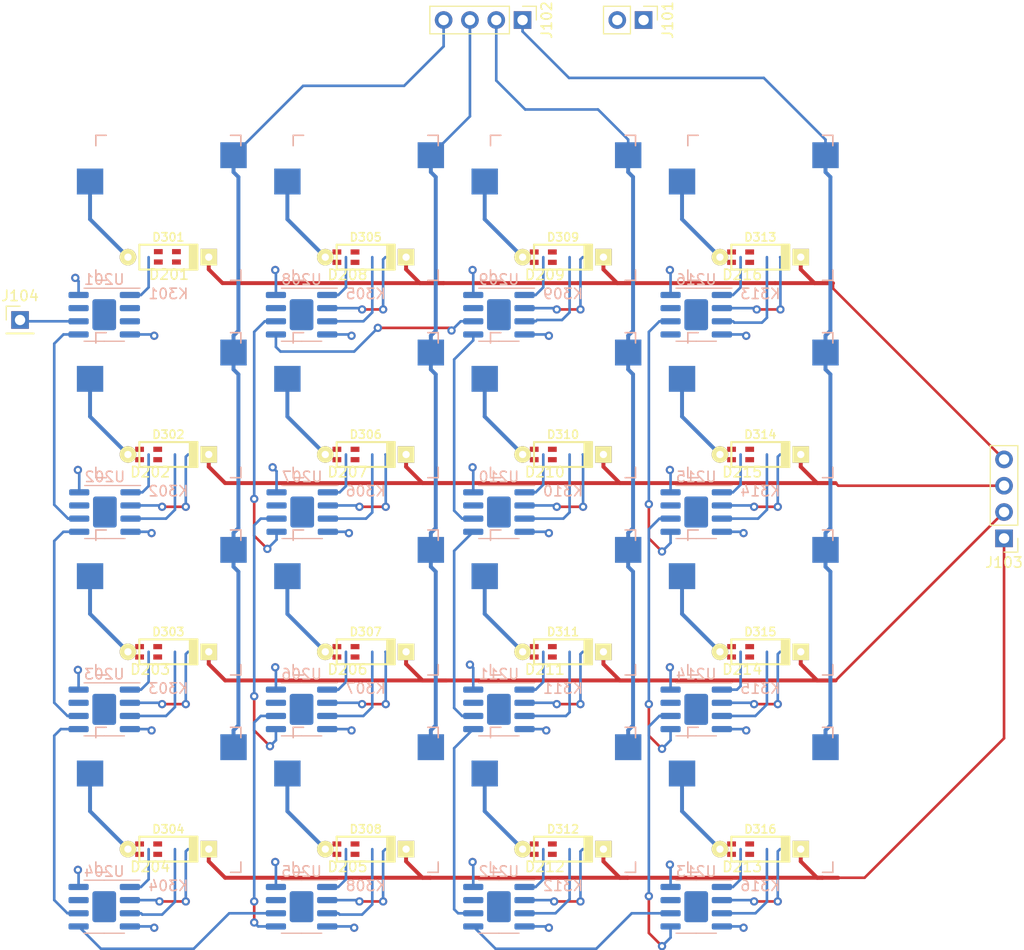
<source format=kicad_pcb>
(kicad_pcb (version 20171130) (host pcbnew 5.1.5)
  (layers (0 F.Cu signal) (1 In1.Cu power hide) (2 In2.Cu power hide) (31 B.Cu signal) (34 B.Paste user) (35 F.Paste user) (36 B.SilkS user hide) (37 F.SilkS user) (38 B.Mask user) (39 F.Mask user) (44 Edge.Cuts user))
  (net 0 "")
  (net 1 GND)
  (net 2 /Col3)
  (net 3 /Col2)
  (net 4 /Col1)
  (net 5 /LED0)
  (net 6 /Col0)
  (net 7 +5V)
  (net 8 /Row3)
  (net 9 /Row2)
  (net 10 /Row1)
  (net 11 /Row0)
  (net 12 "Net-(D201-Pad4)")
  (net 13 "Net-(D201-Pad3)")
  (net 14 "Net-(D201-Pad1)")
  (net 15 "Net-(D202-Pad4)")
  (net 16 "Net-(D202-Pad3)")
  (net 17 "Net-(D202-Pad1)")
  (net 18 "Net-(D203-Pad4)")
  (net 19 "Net-(D203-Pad3)")
  (net 20 "Net-(D203-Pad1)")
  (net 21 "Net-(D204-Pad4)")
  (net 22 "Net-(D204-Pad3)")
  (net 23 "Net-(D204-Pad1)")
  (net 24 "Net-(D205-Pad4)")
  (net 25 "Net-(D205-Pad3)")
  (net 26 "Net-(D205-Pad1)")
  (net 27 "Net-(D206-Pad4)")
  (net 28 "Net-(D206-Pad3)")
  (net 29 "Net-(D206-Pad1)")
  (net 30 "Net-(D207-Pad4)")
  (net 31 "Net-(D207-Pad3)")
  (net 32 "Net-(D207-Pad1)")
  (net 33 "Net-(D208-Pad4)")
  (net 34 "Net-(D208-Pad3)")
  (net 35 "Net-(D208-Pad1)")
  (net 36 "Net-(D209-Pad4)")
  (net 37 "Net-(D209-Pad3)")
  (net 38 "Net-(D209-Pad1)")
  (net 39 "Net-(D210-Pad1)")
  (net 40 "Net-(D210-Pad3)")
  (net 41 "Net-(D210-Pad4)")
  (net 42 "Net-(D211-Pad4)")
  (net 43 "Net-(D211-Pad3)")
  (net 44 "Net-(D211-Pad1)")
  (net 45 "Net-(D212-Pad4)")
  (net 46 "Net-(D212-Pad3)")
  (net 47 "Net-(D212-Pad1)")
  (net 48 "Net-(D213-Pad4)")
  (net 49 "Net-(D213-Pad3)")
  (net 50 "Net-(D213-Pad1)")
  (net 51 "Net-(D214-Pad4)")
  (net 52 "Net-(D214-Pad3)")
  (net 53 "Net-(D214-Pad1)")
  (net 54 "Net-(D215-Pad4)")
  (net 55 "Net-(D215-Pad3)")
  (net 56 "Net-(D215-Pad1)")
  (net 57 "Net-(D216-Pad4)")
  (net 58 "Net-(D216-Pad3)")
  (net 59 "Net-(D216-Pad1)")
  (net 60 "Net-(D301-Pad2)")
  (net 61 "Net-(D302-Pad2)")
  (net 62 "Net-(D303-Pad2)")
  (net 63 "Net-(D304-Pad2)")
  (net 64 "Net-(D305-Pad2)")
  (net 65 "Net-(D306-Pad2)")
  (net 66 "Net-(D307-Pad2)")
  (net 67 "Net-(D308-Pad2)")
  (net 68 "Net-(D309-Pad2)")
  (net 69 "Net-(D310-Pad2)")
  (net 70 "Net-(D311-Pad2)")
  (net 71 "Net-(D312-Pad2)")
  (net 72 "Net-(D313-Pad2)")
  (net 73 "Net-(D314-Pad2)")
  (net 74 "Net-(D315-Pad2)")
  (net 75 "Net-(D316-Pad2)")
  (net 76 "Net-(U201-Pad7)")
  (net 77 "Net-(U201-Pad5)")
  (net 78 "Net-(U202-Pad7)")
  (net 79 "Net-(U202-Pad5)")
  (net 80 "Net-(U203-Pad7)")
  (net 81 "Net-(U203-Pad5)")
  (net 82 "Net-(U204-Pad7)")
  (net 83 "Net-(U204-Pad5)")
  (net 84 "Net-(U205-Pad7)")
  (net 85 "Net-(U205-Pad5)")
  (net 86 "Net-(U206-Pad7)")
  (net 87 "Net-(U206-Pad5)")
  (net 88 "Net-(U207-Pad7)")
  (net 89 "Net-(U207-Pad5)")
  (net 90 "Net-(U208-Pad7)")
  (net 91 "Net-(U208-Pad5)")
  (net 92 "Net-(U209-Pad7)")
  (net 93 "Net-(U209-Pad5)")
  (net 94 "Net-(U210-Pad7)")
  (net 95 "Net-(U210-Pad5)")
  (net 96 "Net-(U211-Pad7)")
  (net 97 "Net-(U211-Pad5)")
  (net 98 "Net-(U212-Pad7)")
  (net 99 "Net-(U212-Pad5)")
  (net 100 "Net-(U213-Pad7)")
  (net 101 "Net-(U213-Pad5)")
  (net 102 "Net-(U214-Pad7)")
  (net 103 "Net-(U214-Pad5)")
  (net 104 "Net-(U215-Pad7)")
  (net 105 "Net-(U215-Pad5)")
  (net 106 "Net-(U216-Pad7)")
  (net 107 "Net-(U216-Pad5)")
  (module keyboard_project:APTF1616SEJ3ZGGVBDC (layer F.Cu) (at 41.148 61.214)
    (fp_text reference D201 (at 0.15 1.7) (layer F.SilkS))
    (fp_text value LED_RCBG)
    (pad 4 smd rect (at 0.875 0.5) (size 0.85 0.5) (layers F.Cu F.Paste F.Mask) (net 12 "Net-(D201-Pad4)"))
    (pad 3 smd rect (at -0.875 0.5) (size 0.85 0.5) (layers F.Cu F.Paste F.Mask) (net 13 "Net-(D201-Pad3)"))
    (pad 1 smd rect (at 0.875 -0.5) (size 0.85 0.5) (layers F.Cu F.Paste F.Mask) (net 1 GND))
    (pad 2 smd rect (at -0.875 -0.5) (size 0.85 0.5) (layers F.Cu F.Paste F.Mask) (net 14 "Net-(D201-Pad1)"))
  )
  (module keyboard_project:APTF1616SEJ3ZGGVBDC (layer F.Cu) (at 96.48825 61.24575)
    (fp_text reference D216 (at 0.15 1.7) (layer F.SilkS))
    (fp_text value LED_RCBG)
    (pad 4 smd rect (at 0.875 0.5) (size 0.85 0.5) (layers F.Cu F.Paste F.Mask) (net 57 "Net-(D216-Pad4)"))
    (pad 3 smd rect (at -0.875 0.5) (size 0.85 0.5) (layers F.Cu F.Paste F.Mask) (net 58 "Net-(D216-Pad3)"))
    (pad 1 smd rect (at 0.875 -0.5) (size 0.85 0.5) (layers F.Cu F.Paste F.Mask) (net 59 "Net-(D216-Pad1)"))
    (pad 2 smd rect (at -0.875 -0.5) (size 0.85 0.5) (layers F.Cu F.Paste F.Mask) (net 1 GND))
  )
  (module keyboard_project:APTF1616SEJ3ZGGVBDC (layer F.Cu) (at 96.48825 80.29575)
    (fp_text reference D215 (at 0.15 1.7) (layer F.SilkS))
    (fp_text value LED_RCBG)
    (pad 4 smd rect (at 0.875 0.5) (size 0.85 0.5) (layers F.Cu F.Paste F.Mask) (net 54 "Net-(D215-Pad4)"))
    (pad 3 smd rect (at -0.875 0.5) (size 0.85 0.5) (layers F.Cu F.Paste F.Mask) (net 55 "Net-(D215-Pad3)"))
    (pad 1 smd rect (at 0.875 -0.5) (size 0.85 0.5) (layers F.Cu F.Paste F.Mask) (net 56 "Net-(D215-Pad1)"))
    (pad 2 smd rect (at -0.875 -0.5) (size 0.85 0.5) (layers F.Cu F.Paste F.Mask) (net 1 GND))
  )
  (module keyboard_project:APTF1616SEJ3ZGGVBDC (layer F.Cu) (at 96.48825 99.34575)
    (fp_text reference D214 (at 0.15 1.7) (layer F.SilkS))
    (fp_text value LED_RCBG)
    (pad 4 smd rect (at 0.875 0.5) (size 0.85 0.5) (layers F.Cu F.Paste F.Mask) (net 51 "Net-(D214-Pad4)"))
    (pad 3 smd rect (at -0.875 0.5) (size 0.85 0.5) (layers F.Cu F.Paste F.Mask) (net 52 "Net-(D214-Pad3)"))
    (pad 1 smd rect (at 0.875 -0.5) (size 0.85 0.5) (layers F.Cu F.Paste F.Mask) (net 53 "Net-(D214-Pad1)"))
    (pad 2 smd rect (at -0.875 -0.5) (size 0.85 0.5) (layers F.Cu F.Paste F.Mask) (net 1 GND))
  )
  (module keyboard_project:APTF1616SEJ3ZGGVBDC (layer F.Cu) (at 96.48825 118.39575)
    (fp_text reference D213 (at 0.15 1.7) (layer F.SilkS))
    (fp_text value LED_RCBG)
    (pad 4 smd rect (at 0.875 0.5) (size 0.85 0.5) (layers F.Cu F.Paste F.Mask) (net 48 "Net-(D213-Pad4)"))
    (pad 3 smd rect (at -0.875 0.5) (size 0.85 0.5) (layers F.Cu F.Paste F.Mask) (net 49 "Net-(D213-Pad3)"))
    (pad 1 smd rect (at 0.875 -0.5) (size 0.85 0.5) (layers F.Cu F.Paste F.Mask) (net 50 "Net-(D213-Pad1)"))
    (pad 2 smd rect (at -0.875 -0.5) (size 0.85 0.5) (layers F.Cu F.Paste F.Mask) (net 1 GND))
  )
  (module keyboard_project:APTF1616SEJ3ZGGVBDC (layer F.Cu) (at 77.43825 118.39575)
    (fp_text reference D212 (at 0.15 1.7) (layer F.SilkS))
    (fp_text value LED_RCBG)
    (pad 4 smd rect (at 0.875 0.5) (size 0.85 0.5) (layers F.Cu F.Paste F.Mask) (net 45 "Net-(D212-Pad4)"))
    (pad 3 smd rect (at -0.875 0.5) (size 0.85 0.5) (layers F.Cu F.Paste F.Mask) (net 46 "Net-(D212-Pad3)"))
    (pad 1 smd rect (at 0.875 -0.5) (size 0.85 0.5) (layers F.Cu F.Paste F.Mask) (net 47 "Net-(D212-Pad1)"))
    (pad 2 smd rect (at -0.875 -0.5) (size 0.85 0.5) (layers F.Cu F.Paste F.Mask) (net 1 GND))
  )
  (module keyboard_project:APTF1616SEJ3ZGGVBDC (layer F.Cu) (at 77.43825 99.34575)
    (fp_text reference D211 (at 0.15 1.7) (layer F.SilkS))
    (fp_text value LED_RCBG)
    (pad 4 smd rect (at 0.875 0.5) (size 0.85 0.5) (layers F.Cu F.Paste F.Mask) (net 42 "Net-(D211-Pad4)"))
    (pad 3 smd rect (at -0.875 0.5) (size 0.85 0.5) (layers F.Cu F.Paste F.Mask) (net 43 "Net-(D211-Pad3)"))
    (pad 1 smd rect (at 0.875 -0.5) (size 0.85 0.5) (layers F.Cu F.Paste F.Mask) (net 44 "Net-(D211-Pad1)"))
    (pad 2 smd rect (at -0.875 -0.5) (size 0.85 0.5) (layers F.Cu F.Paste F.Mask) (net 1 GND))
  )
  (module keyboard_project:APTF1616SEJ3ZGGVBDC (layer F.Cu) (at 77.43825 80.29575)
    (fp_text reference D210 (at 0.15 1.7) (layer F.SilkS))
    (fp_text value LED_RCBG)
    (pad 4 smd rect (at 0.875 0.5) (size 0.85 0.5) (layers F.Cu F.Paste F.Mask) (net 41 "Net-(D210-Pad4)"))
    (pad 3 smd rect (at -0.875 0.5) (size 0.85 0.5) (layers F.Cu F.Paste F.Mask) (net 40 "Net-(D210-Pad3)"))
    (pad 1 smd rect (at 0.875 -0.5) (size 0.85 0.5) (layers F.Cu F.Paste F.Mask) (net 39 "Net-(D210-Pad1)"))
    (pad 2 smd rect (at -0.875 -0.5) (size 0.85 0.5) (layers F.Cu F.Paste F.Mask) (net 1 GND))
  )
  (module keyboard_project:APTF1616SEJ3ZGGVBDC (layer F.Cu) (at 77.43825 61.24575)
    (fp_text reference D209 (at 0.15 1.7) (layer F.SilkS))
    (fp_text value LED_RCBG)
    (pad 4 smd rect (at 0.875 0.5) (size 0.85 0.5) (layers F.Cu F.Paste F.Mask) (net 36 "Net-(D209-Pad4)"))
    (pad 3 smd rect (at -0.875 0.5) (size 0.85 0.5) (layers F.Cu F.Paste F.Mask) (net 37 "Net-(D209-Pad3)"))
    (pad 1 smd rect (at 0.875 -0.5) (size 0.85 0.5) (layers F.Cu F.Paste F.Mask) (net 38 "Net-(D209-Pad1)"))
    (pad 2 smd rect (at -0.875 -0.5) (size 0.85 0.5) (layers F.Cu F.Paste F.Mask) (net 1 GND))
  )
  (module keyboard_project:APTF1616SEJ3ZGGVBDC (layer F.Cu) (at 58.38825 61.24575)
    (fp_text reference D208 (at 0.15 1.7) (layer F.SilkS))
    (fp_text value LED_RCBG)
    (pad 4 smd rect (at 0.875 0.5) (size 0.85 0.5) (layers F.Cu F.Paste F.Mask) (net 33 "Net-(D208-Pad4)"))
    (pad 3 smd rect (at -0.875 0.5) (size 0.85 0.5) (layers F.Cu F.Paste F.Mask) (net 34 "Net-(D208-Pad3)"))
    (pad 1 smd rect (at 0.875 -0.5) (size 0.85 0.5) (layers F.Cu F.Paste F.Mask) (net 35 "Net-(D208-Pad1)"))
    (pad 2 smd rect (at -0.875 -0.5) (size 0.85 0.5) (layers F.Cu F.Paste F.Mask) (net 1 GND))
  )
  (module keyboard_project:APTF1616SEJ3ZGGVBDC (layer F.Cu) (at 58.38825 80.29575)
    (fp_text reference D207 (at 0.15 1.7) (layer F.SilkS))
    (fp_text value LED_RCBG)
    (pad 4 smd rect (at 0.875 0.5) (size 0.85 0.5) (layers F.Cu F.Paste F.Mask) (net 30 "Net-(D207-Pad4)"))
    (pad 3 smd rect (at -0.875 0.5) (size 0.85 0.5) (layers F.Cu F.Paste F.Mask) (net 31 "Net-(D207-Pad3)"))
    (pad 1 smd rect (at 0.875 -0.5) (size 0.85 0.5) (layers F.Cu F.Paste F.Mask) (net 32 "Net-(D207-Pad1)"))
    (pad 2 smd rect (at -0.875 -0.5) (size 0.85 0.5) (layers F.Cu F.Paste F.Mask) (net 1 GND))
  )
  (module keyboard_project:APTF1616SEJ3ZGGVBDC (layer F.Cu) (at 58.38825 99.34575)
    (fp_text reference D206 (at 0.15 1.7) (layer F.SilkS))
    (fp_text value LED_RCBG)
    (pad 4 smd rect (at 0.875 0.5) (size 0.85 0.5) (layers F.Cu F.Paste F.Mask) (net 27 "Net-(D206-Pad4)"))
    (pad 3 smd rect (at -0.875 0.5) (size 0.85 0.5) (layers F.Cu F.Paste F.Mask) (net 28 "Net-(D206-Pad3)"))
    (pad 1 smd rect (at 0.875 -0.5) (size 0.85 0.5) (layers F.Cu F.Paste F.Mask) (net 29 "Net-(D206-Pad1)"))
    (pad 2 smd rect (at -0.875 -0.5) (size 0.85 0.5) (layers F.Cu F.Paste F.Mask) (net 1 GND))
  )
  (module keyboard_project:APTF1616SEJ3ZGGVBDC (layer F.Cu) (at 58.38825 118.39575)
    (fp_text reference D205 (at 0.15 1.7) (layer F.SilkS))
    (fp_text value LED_RCBG)
    (pad 4 smd rect (at 0.875 0.5) (size 0.85 0.5) (layers F.Cu F.Paste F.Mask) (net 24 "Net-(D205-Pad4)"))
    (pad 3 smd rect (at -0.875 0.5) (size 0.85 0.5) (layers F.Cu F.Paste F.Mask) (net 25 "Net-(D205-Pad3)"))
    (pad 1 smd rect (at 0.875 -0.5) (size 0.85 0.5) (layers F.Cu F.Paste F.Mask) (net 26 "Net-(D205-Pad1)"))
    (pad 2 smd rect (at -0.875 -0.5) (size 0.85 0.5) (layers F.Cu F.Paste F.Mask) (net 1 GND))
  )
  (module keyboard_project:APTF1616SEJ3ZGGVBDC (layer F.Cu) (at 39.33825 118.39575)
    (fp_text reference D204 (at 0.15 1.7) (layer F.SilkS))
    (fp_text value LED_RCBG)
    (pad 4 smd rect (at 0.875 0.5) (size 0.85 0.5) (layers F.Cu F.Paste F.Mask) (net 21 "Net-(D204-Pad4)"))
    (pad 3 smd rect (at -0.875 0.5) (size 0.85 0.5) (layers F.Cu F.Paste F.Mask) (net 22 "Net-(D204-Pad3)"))
    (pad 1 smd rect (at 0.875 -0.5) (size 0.85 0.5) (layers F.Cu F.Paste F.Mask) (net 23 "Net-(D204-Pad1)"))
    (pad 2 smd rect (at -0.875 -0.5) (size 0.85 0.5) (layers F.Cu F.Paste F.Mask) (net 1 GND))
  )
  (module keyboard_project:APTF1616SEJ3ZGGVBDC (layer F.Cu) (at 39.33825 99.34575)
    (fp_text reference D203 (at 0.15 1.7) (layer F.SilkS))
    (fp_text value LED_RCBG)
    (pad 4 smd rect (at 0.875 0.5) (size 0.85 0.5) (layers F.Cu F.Paste F.Mask) (net 18 "Net-(D203-Pad4)"))
    (pad 3 smd rect (at -0.875 0.5) (size 0.85 0.5) (layers F.Cu F.Paste F.Mask) (net 19 "Net-(D203-Pad3)"))
    (pad 1 smd rect (at 0.875 -0.5) (size 0.85 0.5) (layers F.Cu F.Paste F.Mask) (net 20 "Net-(D203-Pad1)"))
    (pad 2 smd rect (at -0.875 -0.5) (size 0.85 0.5) (layers F.Cu F.Paste F.Mask) (net 1 GND))
  )
  (module keyboard_project:APTF1616SEJ3ZGGVBDC (layer F.Cu) (at 39.33825 80.29575)
    (fp_text reference D202 (at 0.15 1.7) (layer F.SilkS))
    (fp_text value LED_RCBG)
    (pad 4 smd rect (at 0.875 0.5) (size 0.85 0.5) (layers F.Cu F.Paste F.Mask) (net 15 "Net-(D202-Pad4)"))
    (pad 3 smd rect (at -0.875 0.5) (size 0.85 0.5) (layers F.Cu F.Paste F.Mask) (net 16 "Net-(D202-Pad3)"))
    (pad 1 smd rect (at 0.875 -0.5) (size 0.85 0.5) (layers F.Cu F.Paste F.Mask) (net 17 "Net-(D202-Pad1)"))
    (pad 2 smd rect (at -0.875 -0.5) (size 0.85 0.5) (layers F.Cu F.Paste F.Mask) (net 1 GND))
  )
  (module Package_SO:SOIC-8-1EP_3.9x4.9mm_P1.27mm_EP2.29x3mm (layer B.Cu) (at 35.052 104.902 180)
    (fp_text reference U203 (at 0 3.4) (layer B.SilkS) (effects (justify mirror)))
    (fp_text value WS2811)
    (pad 8 smd roundrect (at 2.475 1.905 180) (size 1.95 0.6) (layers B.Cu B.Paste B.Mask) (net 7 +5V))
    (pad 7 smd roundrect (at 2.475 0.635 180) (size 1.95 0.6) (layers B.Cu B.Paste B.Mask) (net 80 "Net-(U203-Pad7)"))
    (pad 6 smd roundrect (at 2.475 -0.635 180) (size 1.95 0.6) (layers B.Cu B.Paste B.Mask) (net 79 "Net-(U202-Pad5)"))
    (pad 5 smd roundrect (at 2.475 -1.905 180) (size 1.95 0.6) (layers B.Cu B.Paste B.Mask) (net 81 "Net-(U203-Pad5)"))
    (pad 4 smd roundrect (at -2.475 -1.905 180) (size 1.95 0.6) (layers B.Cu B.Paste B.Mask) (net 1 GND))
    (pad 3 smd roundrect (at -2.475 -0.635 180) (size 1.95 0.6) (layers B.Cu B.Paste B.Mask) (net 19 "Net-(D203-Pad3)"))
    (pad 2 smd roundrect (at -2.475 0.635 180) (size 1.95 0.6) (layers B.Cu B.Paste B.Mask) (net 18 "Net-(D203-Pad4)"))
    (pad 1 smd roundrect (at -2.475 1.905 180) (size 1.95 0.6) (layers B.Cu B.Paste B.Mask) (net 20 "Net-(D203-Pad1)"))
    (pad 9 smd roundrect (at 0 0 180) (size 2.29 3) (layers B.Cu B.Mask) (roundrect_rratio 0.10917))
  )
  (module keyboard_parts:D_axial (layer F.Cu) (at 79.34325 61.24575 180)
    (fp_text reference D309 (at 0 1.925) (layer F.SilkS) (effects (font (size 0.8 0.8))))
    (fp_text value D hide)
    (pad 2 thru_hole circle (at 3.9 0 180) (size 1.6 1.6) (drill 0.7) (layers *.Cu *.Mask F.SilkS) (net 68 "Net-(D309-Pad2)"))
    (pad 1 thru_hole rect (at -3.9 0 180) (size 1.6 1.6) (drill 0.7) (layers *.Cu *.Mask F.SilkS) (net 11 /Row0))
  )
  (module Connector_PinHeader_2.54mm:PinHeader_1x01_P2.54mm_Vertical (layer F.Cu) (at 26.924 67.31)
    (fp_text reference J104 (at 0 -2.33) (layer F.SilkS))
    (fp_text value Conn_01x01_Female)
    (pad 1 thru_hole rect (at 0 0) (size 1.7 1.7) (drill 1) (layers *.Cu *.Mask) (net 5 /LED0))
  )
  (module keyboard_parts:D_axial (layer F.Cu) (at 98.39325 118.39575 180)
    (fp_text reference D316 (at 0 1.925) (layer F.SilkS) (effects (font (size 0.8 0.8))))
    (fp_text value D hide)
    (pad 2 thru_hole circle (at 3.9 0 180) (size 1.6 1.6) (drill 0.7) (layers *.Cu *.Mask F.SilkS) (net 75 "Net-(D316-Pad2)"))
    (pad 1 thru_hole rect (at -3.9 0 180) (size 1.6 1.6) (drill 0.7) (layers *.Cu *.Mask F.SilkS) (net 8 /Row3))
  )
  (module keyboard_parts:D_axial (layer F.Cu) (at 98.39325 99.34575 180)
    (fp_text reference D315 (at 0 1.925) (layer F.SilkS) (effects (font (size 0.8 0.8))))
    (fp_text value D hide)
    (pad 2 thru_hole circle (at 3.9 0 180) (size 1.6 1.6) (drill 0.7) (layers *.Cu *.Mask F.SilkS) (net 74 "Net-(D315-Pad2)"))
    (pad 1 thru_hole rect (at -3.9 0 180) (size 1.6 1.6) (drill 0.7) (layers *.Cu *.Mask F.SilkS) (net 9 /Row2))
  )
  (module keyboard_parts:D_axial (layer F.Cu) (at 98.39325 80.29575 180)
    (fp_text reference D314 (at 0 1.925) (layer F.SilkS) (effects (font (size 0.8 0.8))))
    (fp_text value D hide)
    (pad 2 thru_hole circle (at 3.9 0 180) (size 1.6 1.6) (drill 0.7) (layers *.Cu *.Mask F.SilkS) (net 73 "Net-(D314-Pad2)"))
    (pad 1 thru_hole rect (at -3.9 0 180) (size 1.6 1.6) (drill 0.7) (layers *.Cu *.Mask F.SilkS) (net 10 /Row1))
  )
  (module keyboard_parts:D_axial (layer F.Cu) (at 98.39325 61.24575 180)
    (fp_text reference D313 (at 0 1.925) (layer F.SilkS) (effects (font (size 0.8 0.8))))
    (fp_text value D hide)
    (pad 2 thru_hole circle (at 3.9 0 180) (size 1.6 1.6) (drill 0.7) (layers *.Cu *.Mask F.SilkS) (net 72 "Net-(D313-Pad2)"))
    (pad 1 thru_hole rect (at -3.9 0 180) (size 1.6 1.6) (drill 0.7) (layers *.Cu *.Mask F.SilkS) (net 11 /Row0))
  )
  (module keyboard_parts:D_axial (layer F.Cu) (at 79.34325 118.39575 180)
    (fp_text reference D312 (at 0 1.925) (layer F.SilkS) (effects (font (size 0.8 0.8))))
    (fp_text value D hide)
    (pad 2 thru_hole circle (at 3.9 0 180) (size 1.6 1.6) (drill 0.7) (layers *.Cu *.Mask F.SilkS) (net 71 "Net-(D312-Pad2)"))
    (pad 1 thru_hole rect (at -3.9 0 180) (size 1.6 1.6) (drill 0.7) (layers *.Cu *.Mask F.SilkS) (net 8 /Row3))
  )
  (module keyboard_parts:D_axial (layer F.Cu) (at 79.34325 99.34575 180)
    (fp_text reference D311 (at 0 1.925) (layer F.SilkS) (effects (font (size 0.8 0.8))))
    (fp_text value D hide)
    (pad 2 thru_hole circle (at 3.9 0 180) (size 1.6 1.6) (drill 0.7) (layers *.Cu *.Mask F.SilkS) (net 70 "Net-(D311-Pad2)"))
    (pad 1 thru_hole rect (at -3.9 0 180) (size 1.6 1.6) (drill 0.7) (layers *.Cu *.Mask F.SilkS) (net 9 /Row2))
  )
  (module keyboard_parts:D_axial (layer F.Cu) (at 79.34325 80.29575 180)
    (fp_text reference D310 (at 0 1.925) (layer F.SilkS) (effects (font (size 0.8 0.8))))
    (fp_text value D hide)
    (pad 2 thru_hole circle (at 3.9 0 180) (size 1.6 1.6) (drill 0.7) (layers *.Cu *.Mask F.SilkS) (net 69 "Net-(D310-Pad2)"))
    (pad 1 thru_hole rect (at -3.9 0 180) (size 1.6 1.6) (drill 0.7) (layers *.Cu *.Mask F.SilkS) (net 10 /Row1))
  )
  (module keyboard_parts:D_axial (layer F.Cu) (at 60.29325 118.39575 180)
    (fp_text reference D308 (at 0 1.925) (layer F.SilkS) (effects (font (size 0.8 0.8))))
    (fp_text value D hide)
    (pad 2 thru_hole circle (at 3.9 0 180) (size 1.6 1.6) (drill 0.7) (layers *.Cu *.Mask F.SilkS) (net 67 "Net-(D308-Pad2)"))
    (pad 1 thru_hole rect (at -3.9 0 180) (size 1.6 1.6) (drill 0.7) (layers *.Cu *.Mask F.SilkS) (net 8 /Row3))
  )
  (module keyboard_parts:D_axial (layer F.Cu) (at 60.29325 99.34575 180)
    (fp_text reference D307 (at 0 1.925) (layer F.SilkS) (effects (font (size 0.8 0.8))))
    (fp_text value D hide)
    (pad 2 thru_hole circle (at 3.9 0 180) (size 1.6 1.6) (drill 0.7) (layers *.Cu *.Mask F.SilkS) (net 66 "Net-(D307-Pad2)"))
    (pad 1 thru_hole rect (at -3.9 0 180) (size 1.6 1.6) (drill 0.7) (layers *.Cu *.Mask F.SilkS) (net 9 /Row2))
  )
  (module keyboard_parts:D_axial (layer F.Cu) (at 60.29325 80.29575 180)
    (fp_text reference D306 (at 0 1.925) (layer F.SilkS) (effects (font (size 0.8 0.8))))
    (fp_text value D hide)
    (pad 2 thru_hole circle (at 3.9 0 180) (size 1.6 1.6) (drill 0.7) (layers *.Cu *.Mask F.SilkS) (net 65 "Net-(D306-Pad2)"))
    (pad 1 thru_hole rect (at -3.9 0 180) (size 1.6 1.6) (drill 0.7) (layers *.Cu *.Mask F.SilkS) (net 10 /Row1))
  )
  (module keyboard_parts:D_axial (layer F.Cu) (at 60.29325 61.24575 180)
    (fp_text reference D305 (at 0 1.925) (layer F.SilkS) (effects (font (size 0.8 0.8))))
    (fp_text value D hide)
    (pad 2 thru_hole circle (at 3.9 0 180) (size 1.6 1.6) (drill 0.7) (layers *.Cu *.Mask F.SilkS) (net 64 "Net-(D305-Pad2)"))
    (pad 1 thru_hole rect (at -3.9 0 180) (size 1.6 1.6) (drill 0.7) (layers *.Cu *.Mask F.SilkS) (net 11 /Row0))
  )
  (module keyboard_parts:D_axial (layer F.Cu) (at 41.24325 118.39575 180)
    (fp_text reference D304 (at 0 1.925) (layer F.SilkS) (effects (font (size 0.8 0.8))))
    (fp_text value D hide)
    (pad 2 thru_hole circle (at 3.9 0 180) (size 1.6 1.6) (drill 0.7) (layers *.Cu *.Mask F.SilkS) (net 63 "Net-(D304-Pad2)"))
    (pad 1 thru_hole rect (at -3.9 0 180) (size 1.6 1.6) (drill 0.7) (layers *.Cu *.Mask F.SilkS) (net 8 /Row3))
  )
  (module keyboard_parts:D_axial (layer F.Cu) (at 41.24325 99.34575 180)
    (fp_text reference D303 (at 0 1.925) (layer F.SilkS) (effects (font (size 0.8 0.8))))
    (fp_text value D hide)
    (pad 2 thru_hole circle (at 3.9 0 180) (size 1.6 1.6) (drill 0.7) (layers *.Cu *.Mask F.SilkS) (net 62 "Net-(D303-Pad2)"))
    (pad 1 thru_hole rect (at -3.9 0 180) (size 1.6 1.6) (drill 0.7) (layers *.Cu *.Mask F.SilkS) (net 9 /Row2))
  )
  (module keyboard_parts:D_axial (layer F.Cu) (at 41.24325 80.29575 180)
    (fp_text reference D302 (at 0 1.925) (layer F.SilkS) (effects (font (size 0.8 0.8))))
    (fp_text value D hide)
    (pad 2 thru_hole circle (at 3.9 0 180) (size 1.6 1.6) (drill 0.7) (layers *.Cu *.Mask F.SilkS) (net 61 "Net-(D302-Pad2)"))
    (pad 1 thru_hole rect (at -3.9 0 180) (size 1.6 1.6) (drill 0.7) (layers *.Cu *.Mask F.SilkS) (net 10 /Row1))
  )
  (module keyboard_parts:D_axial (layer F.Cu) (at 41.24325 61.24575 180)
    (fp_text reference D301 (at 0 1.925) (layer F.SilkS) (effects (font (size 0.8 0.8))))
    (fp_text value D hide)
    (pad 2 thru_hole circle (at 3.9 0 180) (size 1.6 1.6) (drill 0.7) (layers *.Cu *.Mask F.SilkS) (net 60 "Net-(D301-Pad2)"))
    (pad 1 thru_hole rect (at -3.9 0 180) (size 1.6 1.6) (drill 0.7) (layers *.Cu *.Mask F.SilkS) (net 11 /Row0))
  )
  (module Connector_PinHeader_2.54mm:PinHeader_1x04_P2.54mm_Vertical (layer F.Cu) (at 121.92 88.392 180)
    (fp_text reference J103 (at 0 -2.33) (layer F.SilkS))
    (fp_text value Conn_01x04_Female)
    (pad 4 thru_hole oval (at 0 7.62 180) (size 1.7 1.7) (drill 1) (layers *.Cu *.Mask) (net 11 /Row0))
    (pad 3 thru_hole oval (at 0 5.08 180) (size 1.7 1.7) (drill 1) (layers *.Cu *.Mask) (net 10 /Row1))
    (pad 2 thru_hole oval (at 0 2.54 180) (size 1.7 1.7) (drill 1) (layers *.Cu *.Mask) (net 9 /Row2))
    (pad 1 thru_hole rect (at 0 0 180) (size 1.7 1.7) (drill 1) (layers *.Cu *.Mask) (net 8 /Row3))
  )
  (module Connector_PinHeader_2.54mm:PinHeader_1x04_P2.54mm_Vertical (layer F.Cu) (at 75.438 38.354 270)
    (fp_text reference J102 (at 0 -2.33 90) (layer F.SilkS))
    (fp_text value Conn_01x04_Female)
    (pad 4 thru_hole oval (at 0 7.62 270) (size 1.7 1.7) (drill 1) (layers *.Cu *.Mask) (net 6 /Col0))
    (pad 3 thru_hole oval (at 0 5.08 270) (size 1.7 1.7) (drill 1) (layers *.Cu *.Mask) (net 4 /Col1))
    (pad 2 thru_hole oval (at 0 2.54 270) (size 1.7 1.7) (drill 1) (layers *.Cu *.Mask) (net 3 /Col2))
    (pad 1 thru_hole rect (at 0 0 270) (size 1.7 1.7) (drill 1) (layers *.Cu *.Mask) (net 2 /Col3))
  )
  (module Connector_PinHeader_2.54mm:PinHeader_1x02_P2.54mm_Vertical (layer F.Cu) (at 87.122 38.354 270)
    (fp_text reference J101 (at 0 -2.33 90) (layer F.SilkS))
    (fp_text value Conn_01x02_Female)
    (pad 2 thru_hole oval (at 0 2.54 270) (size 1.7 1.7) (drill 1) (layers *.Cu *.Mask) (net 7 +5V))
    (pad 1 thru_hole rect (at 0 0 270) (size 1.7 1.7) (drill 1) (layers *.Cu *.Mask) (net 1 GND))
  )
  (module Package_SO:SOIC-8-1EP_3.9x4.9mm_P1.27mm_EP2.29x3mm (layer B.Cu) (at 92.202 85.852 180)
    (fp_text reference U215 (at 0 3.4) (layer B.SilkS) (effects (justify mirror)))
    (fp_text value WS2811)
    (pad 8 smd roundrect (at 2.475 1.905 180) (size 1.95 0.6) (layers B.Cu B.Paste B.Mask) (net 7 +5V))
    (pad 7 smd roundrect (at 2.475 0.635 180) (size 1.95 0.6) (layers B.Cu B.Paste B.Mask) (net 104 "Net-(U215-Pad7)"))
    (pad 6 smd roundrect (at 2.475 -0.635 180) (size 1.95 0.6) (layers B.Cu B.Paste B.Mask) (net 103 "Net-(U214-Pad5)"))
    (pad 5 smd roundrect (at 2.475 -1.905 180) (size 1.95 0.6) (layers B.Cu B.Paste B.Mask) (net 105 "Net-(U215-Pad5)"))
    (pad 4 smd roundrect (at -2.475 -1.905 180) (size 1.95 0.6) (layers B.Cu B.Paste B.Mask) (net 1 GND))
    (pad 3 smd roundrect (at -2.475 -0.635 180) (size 1.95 0.6) (layers B.Cu B.Paste B.Mask) (net 55 "Net-(D215-Pad3)"))
    (pad 2 smd roundrect (at -2.475 0.635 180) (size 1.95 0.6) (layers B.Cu B.Paste B.Mask) (net 54 "Net-(D215-Pad4)"))
    (pad 1 smd roundrect (at -2.475 1.905 180) (size 1.95 0.6) (layers B.Cu B.Paste B.Mask) (net 56 "Net-(D215-Pad1)"))
    (pad 9 smd roundrect (at 0 0 180) (size 2.29 3) (layers B.Cu B.Mask) (roundrect_rratio 0.10917))
  )
  (module Package_SO:SOIC-8-1EP_3.9x4.9mm_P1.27mm_EP2.29x3mm (layer B.Cu) (at 73.152 85.852 180)
    (fp_text reference U210 (at 0 3.4) (layer B.SilkS) (effects (justify mirror)))
    (fp_text value WS2811)
    (pad 8 smd roundrect (at 2.475 1.905 180) (size 1.95 0.6) (layers B.Cu B.Paste B.Mask) (net 7 +5V))
    (pad 7 smd roundrect (at 2.475 0.635 180) (size 1.95 0.6) (layers B.Cu B.Paste B.Mask) (net 94 "Net-(U210-Pad7)"))
    (pad 6 smd roundrect (at 2.475 -0.635 180) (size 1.95 0.6) (layers B.Cu B.Paste B.Mask) (net 93 "Net-(U209-Pad5)"))
    (pad 5 smd roundrect (at 2.475 -1.905 180) (size 1.95 0.6) (layers B.Cu B.Paste B.Mask) (net 95 "Net-(U210-Pad5)"))
    (pad 4 smd roundrect (at -2.475 -1.905 180) (size 1.95 0.6) (layers B.Cu B.Paste B.Mask) (net 1 GND))
    (pad 3 smd roundrect (at -2.475 -0.635 180) (size 1.95 0.6) (layers B.Cu B.Paste B.Mask) (net 40 "Net-(D210-Pad3)"))
    (pad 2 smd roundrect (at -2.475 0.635 180) (size 1.95 0.6) (layers B.Cu B.Paste B.Mask) (net 41 "Net-(D210-Pad4)"))
    (pad 1 smd roundrect (at -2.475 1.905 180) (size 1.95 0.6) (layers B.Cu B.Paste B.Mask) (net 39 "Net-(D210-Pad1)"))
    (pad 9 smd roundrect (at 0 0 180) (size 2.29 3) (layers B.Cu B.Mask) (roundrect_rratio 0.10917))
  )
  (module Package_SO:SOIC-8-1EP_3.9x4.9mm_P1.27mm_EP2.29x3mm (layer B.Cu) (at 54.102 123.952 180)
    (fp_text reference U205 (at 0 3.4) (layer B.SilkS) (effects (justify mirror)))
    (fp_text value WS2811)
    (pad 8 smd roundrect (at 2.475 1.905 180) (size 1.95 0.6) (layers B.Cu B.Paste B.Mask) (net 7 +5V))
    (pad 7 smd roundrect (at 2.475 0.635 180) (size 1.95 0.6) (layers B.Cu B.Paste B.Mask) (net 84 "Net-(U205-Pad7)"))
    (pad 6 smd roundrect (at 2.475 -0.635 180) (size 1.95 0.6) (layers B.Cu B.Paste B.Mask) (net 83 "Net-(U204-Pad5)"))
    (pad 5 smd roundrect (at 2.475 -1.905 180) (size 1.95 0.6) (layers B.Cu B.Paste B.Mask) (net 85 "Net-(U205-Pad5)"))
    (pad 4 smd roundrect (at -2.475 -1.905 180) (size 1.95 0.6) (layers B.Cu B.Paste B.Mask) (net 1 GND))
    (pad 3 smd roundrect (at -2.475 -0.635 180) (size 1.95 0.6) (layers B.Cu B.Paste B.Mask) (net 25 "Net-(D205-Pad3)"))
    (pad 2 smd roundrect (at -2.475 0.635 180) (size 1.95 0.6) (layers B.Cu B.Paste B.Mask) (net 24 "Net-(D205-Pad4)"))
    (pad 1 smd roundrect (at -2.475 1.905 180) (size 1.95 0.6) (layers B.Cu B.Paste B.Mask) (net 26 "Net-(D205-Pad1)"))
    (pad 9 smd roundrect (at 0 0 180) (size 2.29 3) (layers B.Cu B.Mask) (roundrect_rratio 0.10917))
  )
  (module Package_SO:SOIC-8-1EP_3.9x4.9mm_P1.27mm_EP2.29x3mm (layer B.Cu) (at 92.202 104.902 180)
    (fp_text reference U214 (at 0 3.4) (layer B.SilkS) (effects (justify mirror)))
    (fp_text value WS2811)
    (pad 8 smd roundrect (at 2.475 1.905 180) (size 1.95 0.6) (layers B.Cu B.Paste B.Mask) (net 7 +5V))
    (pad 7 smd roundrect (at 2.475 0.635 180) (size 1.95 0.6) (layers B.Cu B.Paste B.Mask) (net 102 "Net-(U214-Pad7)"))
    (pad 6 smd roundrect (at 2.475 -0.635 180) (size 1.95 0.6) (layers B.Cu B.Paste B.Mask) (net 101 "Net-(U213-Pad5)"))
    (pad 5 smd roundrect (at 2.475 -1.905 180) (size 1.95 0.6) (layers B.Cu B.Paste B.Mask) (net 103 "Net-(U214-Pad5)"))
    (pad 4 smd roundrect (at -2.475 -1.905 180) (size 1.95 0.6) (layers B.Cu B.Paste B.Mask) (net 1 GND))
    (pad 3 smd roundrect (at -2.475 -0.635 180) (size 1.95 0.6) (layers B.Cu B.Paste B.Mask) (net 52 "Net-(D214-Pad3)"))
    (pad 2 smd roundrect (at -2.475 0.635 180) (size 1.95 0.6) (layers B.Cu B.Paste B.Mask) (net 51 "Net-(D214-Pad4)"))
    (pad 1 smd roundrect (at -2.475 1.905 180) (size 1.95 0.6) (layers B.Cu B.Paste B.Mask) (net 53 "Net-(D214-Pad1)"))
    (pad 9 smd roundrect (at 0 0 180) (size 2.29 3) (layers B.Cu B.Mask) (roundrect_rratio 0.10917))
  )
  (module Package_SO:SOIC-8-1EP_3.9x4.9mm_P1.27mm_EP2.29x3mm (layer B.Cu) (at 73.152 66.802 180)
    (fp_text reference U209 (at 0 3.4) (layer B.SilkS) (effects (justify mirror)))
    (fp_text value WS2811)
    (pad 8 smd roundrect (at 2.475 1.905 180) (size 1.95 0.6) (layers B.Cu B.Paste B.Mask) (net 7 +5V))
    (pad 7 smd roundrect (at 2.475 0.635 180) (size 1.95 0.6) (layers B.Cu B.Paste B.Mask) (net 92 "Net-(U209-Pad7)"))
    (pad 6 smd roundrect (at 2.475 -0.635 180) (size 1.95 0.6) (layers B.Cu B.Paste B.Mask) (net 91 "Net-(U208-Pad5)"))
    (pad 5 smd roundrect (at 2.475 -1.905 180) (size 1.95 0.6) (layers B.Cu B.Paste B.Mask) (net 93 "Net-(U209-Pad5)"))
    (pad 4 smd roundrect (at -2.475 -1.905 180) (size 1.95 0.6) (layers B.Cu B.Paste B.Mask) (net 1 GND))
    (pad 3 smd roundrect (at -2.475 -0.635 180) (size 1.95 0.6) (layers B.Cu B.Paste B.Mask) (net 37 "Net-(D209-Pad3)"))
    (pad 2 smd roundrect (at -2.475 0.635 180) (size 1.95 0.6) (layers B.Cu B.Paste B.Mask) (net 36 "Net-(D209-Pad4)"))
    (pad 1 smd roundrect (at -2.475 1.905 180) (size 1.95 0.6) (layers B.Cu B.Paste B.Mask) (net 38 "Net-(D209-Pad1)"))
    (pad 9 smd roundrect (at 0 0 180) (size 2.29 3) (layers B.Cu B.Mask) (roundrect_rratio 0.10917))
  )
  (module Package_SO:SOIC-8-1EP_3.9x4.9mm_P1.27mm_EP2.29x3mm (layer B.Cu) (at 35.052 123.952 180)
    (fp_text reference U204 (at 0 3.4) (layer B.SilkS) (effects (justify mirror)))
    (fp_text value WS2811)
    (pad 8 smd roundrect (at 2.475 1.905 180) (size 1.95 0.6) (layers B.Cu B.Paste B.Mask) (net 7 +5V))
    (pad 7 smd roundrect (at 2.475 0.635 180) (size 1.95 0.6) (layers B.Cu B.Paste B.Mask) (net 82 "Net-(U204-Pad7)"))
    (pad 6 smd roundrect (at 2.475 -0.635 180) (size 1.95 0.6) (layers B.Cu B.Paste B.Mask) (net 81 "Net-(U203-Pad5)"))
    (pad 5 smd roundrect (at 2.475 -1.905 180) (size 1.95 0.6) (layers B.Cu B.Paste B.Mask) (net 83 "Net-(U204-Pad5)"))
    (pad 4 smd roundrect (at -2.475 -1.905 180) (size 1.95 0.6) (layers B.Cu B.Paste B.Mask) (net 1 GND))
    (pad 3 smd roundrect (at -2.475 -0.635 180) (size 1.95 0.6) (layers B.Cu B.Paste B.Mask) (net 22 "Net-(D204-Pad3)"))
    (pad 2 smd roundrect (at -2.475 0.635 180) (size 1.95 0.6) (layers B.Cu B.Paste B.Mask) (net 21 "Net-(D204-Pad4)"))
    (pad 1 smd roundrect (at -2.475 1.905 180) (size 1.95 0.6) (layers B.Cu B.Paste B.Mask) (net 23 "Net-(D204-Pad1)"))
    (pad 9 smd roundrect (at 0 0 180) (size 2.29 3) (layers B.Cu B.Mask) (roundrect_rratio 0.10917))
  )
  (module Package_SO:SOIC-8-1EP_3.9x4.9mm_P1.27mm_EP2.29x3mm (layer B.Cu) (at 92.202 123.952 180)
    (fp_text reference U213 (at 0 3.4) (layer B.SilkS) (effects (justify mirror)))
    (fp_text value WS2811)
    (pad 8 smd roundrect (at 2.475 1.905 180) (size 1.95 0.6) (layers B.Cu B.Paste B.Mask) (net 7 +5V))
    (pad 7 smd roundrect (at 2.475 0.635 180) (size 1.95 0.6) (layers B.Cu B.Paste B.Mask) (net 100 "Net-(U213-Pad7)"))
    (pad 6 smd roundrect (at 2.475 -0.635 180) (size 1.95 0.6) (layers B.Cu B.Paste B.Mask) (net 99 "Net-(U212-Pad5)"))
    (pad 5 smd roundrect (at 2.475 -1.905 180) (size 1.95 0.6) (layers B.Cu B.Paste B.Mask) (net 101 "Net-(U213-Pad5)"))
    (pad 4 smd roundrect (at -2.475 -1.905 180) (size 1.95 0.6) (layers B.Cu B.Paste B.Mask) (net 1 GND))
    (pad 3 smd roundrect (at -2.475 -0.635 180) (size 1.95 0.6) (layers B.Cu B.Paste B.Mask) (net 49 "Net-(D213-Pad3)"))
    (pad 2 smd roundrect (at -2.475 0.635 180) (size 1.95 0.6) (layers B.Cu B.Paste B.Mask) (net 48 "Net-(D213-Pad4)"))
    (pad 1 smd roundrect (at -2.475 1.905 180) (size 1.95 0.6) (layers B.Cu B.Paste B.Mask) (net 50 "Net-(D213-Pad1)"))
    (pad 9 smd roundrect (at 0 0 180) (size 2.29 3) (layers B.Cu B.Mask) (roundrect_rratio 0.10917))
  )
  (module Package_SO:SOIC-8-1EP_3.9x4.9mm_P1.27mm_EP2.29x3mm (layer B.Cu) (at 54.102 66.802 180)
    (fp_text reference U208 (at 0 3.4) (layer B.SilkS) (effects (justify mirror)))
    (fp_text value WS2811)
    (pad 8 smd roundrect (at 2.475 1.905 180) (size 1.95 0.6) (layers B.Cu B.Paste B.Mask) (net 7 +5V))
    (pad 7 smd roundrect (at 2.475 0.635 180) (size 1.95 0.6) (layers B.Cu B.Paste B.Mask) (net 90 "Net-(U208-Pad7)"))
    (pad 6 smd roundrect (at 2.475 -0.635 180) (size 1.95 0.6) (layers B.Cu B.Paste B.Mask) (net 89 "Net-(U207-Pad5)"))
    (pad 5 smd roundrect (at 2.475 -1.905 180) (size 1.95 0.6) (layers B.Cu B.Paste B.Mask) (net 91 "Net-(U208-Pad5)"))
    (pad 4 smd roundrect (at -2.475 -1.905 180) (size 1.95 0.6) (layers B.Cu B.Paste B.Mask) (net 1 GND))
    (pad 3 smd roundrect (at -2.475 -0.635 180) (size 1.95 0.6) (layers B.Cu B.Paste B.Mask) (net 34 "Net-(D208-Pad3)"))
    (pad 2 smd roundrect (at -2.475 0.635 180) (size 1.95 0.6) (layers B.Cu B.Paste B.Mask) (net 33 "Net-(D208-Pad4)"))
    (pad 1 smd roundrect (at -2.475 1.905 180) (size 1.95 0.6) (layers B.Cu B.Paste B.Mask) (net 35 "Net-(D208-Pad1)"))
    (pad 9 smd roundrect (at 0 0 180) (size 2.29 3) (layers B.Cu B.Mask) (roundrect_rratio 0.10917))
  )
  (module Package_SO:SOIC-8-1EP_3.9x4.9mm_P1.27mm_EP2.29x3mm (layer B.Cu) (at 73.152 123.952 180)
    (fp_text reference U212 (at 0 3.4) (layer B.SilkS) (effects (justify mirror)))
    (fp_text value WS2811)
    (pad 8 smd roundrect (at 2.475 1.905 180) (size 1.95 0.6) (layers B.Cu B.Paste B.Mask) (net 7 +5V))
    (pad 7 smd roundrect (at 2.475 0.635 180) (size 1.95 0.6) (layers B.Cu B.Paste B.Mask) (net 98 "Net-(U212-Pad7)"))
    (pad 6 smd roundrect (at 2.475 -0.635 180) (size 1.95 0.6) (layers B.Cu B.Paste B.Mask) (net 97 "Net-(U211-Pad5)"))
    (pad 5 smd roundrect (at 2.475 -1.905 180) (size 1.95 0.6) (layers B.Cu B.Paste B.Mask) (net 99 "Net-(U212-Pad5)"))
    (pad 4 smd roundrect (at -2.475 -1.905 180) (size 1.95 0.6) (layers B.Cu B.Paste B.Mask) (net 1 GND))
    (pad 3 smd roundrect (at -2.475 -0.635 180) (size 1.95 0.6) (layers B.Cu B.Paste B.Mask) (net 46 "Net-(D212-Pad3)"))
    (pad 2 smd roundrect (at -2.475 0.635 180) (size 1.95 0.6) (layers B.Cu B.Paste B.Mask) (net 45 "Net-(D212-Pad4)"))
    (pad 1 smd roundrect (at -2.475 1.905 180) (size 1.95 0.6) (layers B.Cu B.Paste B.Mask) (net 47 "Net-(D212-Pad1)"))
    (pad 9 smd roundrect (at 0 0 180) (size 2.29 3) (layers B.Cu B.Mask) (roundrect_rratio 0.10917))
  )
  (module Package_SO:SOIC-8-1EP_3.9x4.9mm_P1.27mm_EP2.29x3mm (layer B.Cu) (at 54.164 85.852 180)
    (fp_text reference U207 (at 0 3.4) (layer B.SilkS) (effects (justify mirror)))
    (fp_text value WS2811)
    (pad 8 smd roundrect (at 2.475 1.905 180) (size 1.95 0.6) (layers B.Cu B.Paste B.Mask) (net 7 +5V))
    (pad 7 smd roundrect (at 2.475 0.635 180) (size 1.95 0.6) (layers B.Cu B.Paste B.Mask) (net 88 "Net-(U207-Pad7)"))
    (pad 6 smd roundrect (at 2.475 -0.635 180) (size 1.95 0.6) (layers B.Cu B.Paste B.Mask) (net 87 "Net-(U206-Pad5)"))
    (pad 5 smd roundrect (at 2.475 -1.905 180) (size 1.95 0.6) (layers B.Cu B.Paste B.Mask) (net 89 "Net-(U207-Pad5)"))
    (pad 4 smd roundrect (at -2.475 -1.905 180) (size 1.95 0.6) (layers B.Cu B.Paste B.Mask) (net 1 GND))
    (pad 3 smd roundrect (at -2.475 -0.635 180) (size 1.95 0.6) (layers B.Cu B.Paste B.Mask) (net 31 "Net-(D207-Pad3)"))
    (pad 2 smd roundrect (at -2.475 0.635 180) (size 1.95 0.6) (layers B.Cu B.Paste B.Mask) (net 30 "Net-(D207-Pad4)"))
    (pad 1 smd roundrect (at -2.475 1.905 180) (size 1.95 0.6) (layers B.Cu B.Paste B.Mask) (net 32 "Net-(D207-Pad1)"))
    (pad 9 smd roundrect (at 0 0 180) (size 2.29 3) (layers B.Cu B.Mask) (roundrect_rratio 0.10917))
  )
  (module Package_SO:SOIC-8-1EP_3.9x4.9mm_P1.27mm_EP2.29x3mm (layer B.Cu) (at 35.114 85.852 180)
    (fp_text reference U202 (at 0 3.4) (layer B.SilkS) (effects (justify mirror)))
    (fp_text value WS2811)
    (pad 8 smd roundrect (at 2.475 1.905 180) (size 1.95 0.6) (layers B.Cu B.Paste B.Mask) (net 7 +5V))
    (pad 7 smd roundrect (at 2.475 0.635 180) (size 1.95 0.6) (layers B.Cu B.Paste B.Mask) (net 78 "Net-(U202-Pad7)"))
    (pad 6 smd roundrect (at 2.475 -0.635 180) (size 1.95 0.6) (layers B.Cu B.Paste B.Mask) (net 77 "Net-(U201-Pad5)"))
    (pad 5 smd roundrect (at 2.475 -1.905 180) (size 1.95 0.6) (layers B.Cu B.Paste B.Mask) (net 79 "Net-(U202-Pad5)"))
    (pad 4 smd roundrect (at -2.475 -1.905 180) (size 1.95 0.6) (layers B.Cu B.Paste B.Mask) (net 1 GND))
    (pad 3 smd roundrect (at -2.475 -0.635 180) (size 1.95 0.6) (layers B.Cu B.Paste B.Mask) (net 16 "Net-(D202-Pad3)"))
    (pad 2 smd roundrect (at -2.475 0.635 180) (size 1.95 0.6) (layers B.Cu B.Paste B.Mask) (net 15 "Net-(D202-Pad4)"))
    (pad 1 smd roundrect (at -2.475 1.905 180) (size 1.95 0.6) (layers B.Cu B.Paste B.Mask) (net 17 "Net-(D202-Pad1)"))
    (pad 9 smd roundrect (at 0 0 180) (size 2.29 3) (layers B.Cu B.Mask) (roundrect_rratio 0.10917))
  )
  (module Package_SO:SOIC-8-1EP_3.9x4.9mm_P1.27mm_EP2.29x3mm (layer B.Cu) (at 92.202 66.802 180)
    (fp_text reference U216 (at 0 3.4) (layer B.SilkS) (effects (justify mirror)))
    (fp_text value WS2811)
    (pad 8 smd roundrect (at 2.475 1.905 180) (size 1.95 0.6) (layers B.Cu B.Paste B.Mask) (net 7 +5V))
    (pad 7 smd roundrect (at 2.475 0.635 180) (size 1.95 0.6) (layers B.Cu B.Paste B.Mask) (net 106 "Net-(U216-Pad7)"))
    (pad 6 smd roundrect (at 2.475 -0.635 180) (size 1.95 0.6) (layers B.Cu B.Paste B.Mask) (net 105 "Net-(U215-Pad5)"))
    (pad 5 smd roundrect (at 2.475 -1.905 180) (size 1.95 0.6) (layers B.Cu B.Paste B.Mask) (net 107 "Net-(U216-Pad5)"))
    (pad 4 smd roundrect (at -2.475 -1.905 180) (size 1.95 0.6) (layers B.Cu B.Paste B.Mask) (net 1 GND))
    (pad 3 smd roundrect (at -2.475 -0.635 180) (size 1.95 0.6) (layers B.Cu B.Paste B.Mask) (net 58 "Net-(D216-Pad3)"))
    (pad 2 smd roundrect (at -2.475 0.635 180) (size 1.95 0.6) (layers B.Cu B.Paste B.Mask) (net 57 "Net-(D216-Pad4)"))
    (pad 1 smd roundrect (at -2.475 1.905 180) (size 1.95 0.6) (layers B.Cu B.Paste B.Mask) (net 59 "Net-(D216-Pad1)"))
    (pad 9 smd roundrect (at 0 0 180) (size 2.29 3) (layers B.Cu B.Mask) (roundrect_rratio 0.10917))
  )
  (module Package_SO:SOIC-8-1EP_3.9x4.9mm_P1.27mm_EP2.29x3mm (layer B.Cu) (at 73.152 104.902 180)
    (fp_text reference U211 (at 0 3.4) (layer B.SilkS) (effects (justify mirror)))
    (fp_text value WS2811)
    (pad 8 smd roundrect (at 2.475 1.905 180) (size 1.95 0.6) (layers B.Cu B.Paste B.Mask) (net 7 +5V))
    (pad 7 smd roundrect (at 2.475 0.635 180) (size 1.95 0.6) (layers B.Cu B.Paste B.Mask) (net 96 "Net-(U211-Pad7)"))
    (pad 6 smd roundrect (at 2.475 -0.635 180) (size 1.95 0.6) (layers B.Cu B.Paste B.Mask) (net 95 "Net-(U210-Pad5)"))
    (pad 5 smd roundrect (at 2.475 -1.905 180) (size 1.95 0.6) (layers B.Cu B.Paste B.Mask) (net 97 "Net-(U211-Pad5)"))
    (pad 4 smd roundrect (at -2.475 -1.905 180) (size 1.95 0.6) (layers B.Cu B.Paste B.Mask) (net 1 GND))
    (pad 3 smd roundrect (at -2.475 -0.635 180) (size 1.95 0.6) (layers B.Cu B.Paste B.Mask) (net 43 "Net-(D211-Pad3)"))
    (pad 2 smd roundrect (at -2.475 0.635 180) (size 1.95 0.6) (layers B.Cu B.Paste B.Mask) (net 42 "Net-(D211-Pad4)"))
    (pad 1 smd roundrect (at -2.475 1.905 180) (size 1.95 0.6) (layers B.Cu B.Paste B.Mask) (net 44 "Net-(D211-Pad1)"))
    (pad 9 smd roundrect (at 0 0 180) (size 2.29 3) (layers B.Cu B.Mask) (roundrect_rratio 0.10917))
  )
  (module Package_SO:SOIC-8-1EP_3.9x4.9mm_P1.27mm_EP2.29x3mm (layer B.Cu) (at 54.102 104.902 180)
    (fp_text reference U206 (at 0 3.4) (layer B.SilkS) (effects (justify mirror)))
    (fp_text value WS2811)
    (pad 8 smd roundrect (at 2.475 1.905 180) (size 1.95 0.6) (layers B.Cu B.Paste B.Mask) (net 7 +5V))
    (pad 7 smd roundrect (at 2.475 0.635 180) (size 1.95 0.6) (layers B.Cu B.Paste B.Mask) (net 86 "Net-(U206-Pad7)"))
    (pad 6 smd roundrect (at 2.475 -0.635 180) (size 1.95 0.6) (layers B.Cu B.Paste B.Mask) (net 85 "Net-(U205-Pad5)"))
    (pad 5 smd roundrect (at 2.475 -1.905 180) (size 1.95 0.6) (layers B.Cu B.Paste B.Mask) (net 87 "Net-(U206-Pad5)"))
    (pad 4 smd roundrect (at -2.475 -1.905 180) (size 1.95 0.6) (layers B.Cu B.Paste B.Mask) (net 1 GND))
    (pad 3 smd roundrect (at -2.475 -0.635 180) (size 1.95 0.6) (layers B.Cu B.Paste B.Mask) (net 28 "Net-(D206-Pad3)"))
    (pad 2 smd roundrect (at -2.475 0.635 180) (size 1.95 0.6) (layers B.Cu B.Paste B.Mask) (net 27 "Net-(D206-Pad4)"))
    (pad 1 smd roundrect (at -2.475 1.905 180) (size 1.95 0.6) (layers B.Cu B.Paste B.Mask) (net 29 "Net-(D206-Pad1)"))
    (pad 9 smd roundrect (at 0 0 180) (size 2.29 3) (layers B.Cu B.Mask) (roundrect_rratio 0.10917))
  )
  (module Package_SO:SOIC-8-1EP_3.9x4.9mm_P1.27mm_EP2.29x3mm (layer B.Cu) (at 35.052 66.802 180)
    (fp_text reference U201 (at 0 3.4) (layer B.SilkS) (effects (justify mirror)))
    (fp_text value WS2811)
    (pad 8 smd roundrect (at 2.475 1.905 180) (size 1.95 0.6) (layers B.Cu B.Paste B.Mask) (net 7 +5V))
    (pad 7 smd roundrect (at 2.475 0.635 180) (size 1.95 0.6) (layers B.Cu B.Paste B.Mask) (net 76 "Net-(U201-Pad7)"))
    (pad 6 smd roundrect (at 2.475 -0.635 180) (size 1.95 0.6) (layers B.Cu B.Paste B.Mask) (net 5 /LED0))
    (pad 5 smd roundrect (at 2.475 -1.905 180) (size 1.95 0.6) (layers B.Cu B.Paste B.Mask) (net 77 "Net-(U201-Pad5)"))
    (pad 4 smd roundrect (at -2.475 -1.905 180) (size 1.95 0.6) (layers B.Cu B.Paste B.Mask) (net 1 GND))
    (pad 3 smd roundrect (at -2.475 -0.635 180) (size 1.95 0.6) (layers B.Cu B.Paste B.Mask) (net 13 "Net-(D201-Pad3)"))
    (pad 2 smd roundrect (at -2.475 0.635 180) (size 1.95 0.6) (layers B.Cu B.Paste B.Mask) (net 12 "Net-(D201-Pad4)"))
    (pad 1 smd roundrect (at -2.475 1.905 180) (size 1.95 0.6) (layers B.Cu B.Paste B.Mask) (net 14 "Net-(D201-Pad1)"))
    (pad 9 smd roundrect (at 0 0 180) (size 2.29 3) (layers B.Cu B.Mask) (roundrect_rratio 0.10917))
  )
  (module keyswitches:Kailh_socket (layer F.Cu) (at 98.39325 113.63325)
    (fp_text reference K316 (at 0 8.3) (layer B.SilkS) (effects (justify mirror)))
    (fp_text value KEYSW)
    (pad 2 smd rect (at -7.56 -2.54) (size 2.55 2.5) (layers B.Cu B.Paste B.Mask) (net 75 "Net-(D316-Pad2)"))
    (pad "" np_thru_hole circle (at -5.08 0) (size 1.7018 1.7018) (drill 1.7018) (layers *.Cu *.Mask))
    (pad "" np_thru_hole circle (at 5.08 0) (size 1.7018 1.7018) (drill 1.7018) (layers *.Cu *.Mask))
    (pad "" np_thru_hole circle (at 0 0) (size 3.9878 3.9878) (drill 3.9878) (layers *.Cu *.Mask))
    (pad "" np_thru_hole circle (at -3.81 -2.54) (size 3 3) (drill 3) (layers *.Cu *.Mask))
    (pad "" np_thru_hole circle (at 2.54 -5.08) (size 3 3) (drill 3) (layers *.Cu *.Mask))
    (pad 1 smd rect (at 6.29 -5.08) (size 2.55 2.5) (layers B.Cu B.Paste B.Mask) (net 2 /Col3))
  )
  (module keyswitches:Kailh_socket (layer F.Cu) (at 79.34325 113.63325)
    (fp_text reference K312 (at 0 8.3) (layer B.SilkS) (effects (justify mirror)))
    (fp_text value KEYSW)
    (pad 2 smd rect (at -7.56 -2.54) (size 2.55 2.5) (layers B.Cu B.Paste B.Mask) (net 71 "Net-(D312-Pad2)"))
    (pad "" np_thru_hole circle (at -5.08 0) (size 1.7018 1.7018) (drill 1.7018) (layers *.Cu *.Mask))
    (pad "" np_thru_hole circle (at 5.08 0) (size 1.7018 1.7018) (drill 1.7018) (layers *.Cu *.Mask))
    (pad "" np_thru_hole circle (at 0 0) (size 3.9878 3.9878) (drill 3.9878) (layers *.Cu *.Mask))
    (pad "" np_thru_hole circle (at -3.81 -2.54) (size 3 3) (drill 3) (layers *.Cu *.Mask))
    (pad "" np_thru_hole circle (at 2.54 -5.08) (size 3 3) (drill 3) (layers *.Cu *.Mask))
    (pad 1 smd rect (at 6.29 -5.08) (size 2.55 2.5) (layers B.Cu B.Paste B.Mask) (net 3 /Col2))
  )
  (module keyswitches:Kailh_socket (layer F.Cu) (at 60.29325 113.63325)
    (fp_text reference K308 (at 0 8.3) (layer B.SilkS) (effects (justify mirror)))
    (fp_text value KEYSW)
    (pad 2 smd rect (at -7.56 -2.54) (size 2.55 2.5) (layers B.Cu B.Paste B.Mask) (net 67 "Net-(D308-Pad2)"))
    (pad "" np_thru_hole circle (at -5.08 0) (size 1.7018 1.7018) (drill 1.7018) (layers *.Cu *.Mask))
    (pad "" np_thru_hole circle (at 5.08 0) (size 1.7018 1.7018) (drill 1.7018) (layers *.Cu *.Mask))
    (pad "" np_thru_hole circle (at 0 0) (size 3.9878 3.9878) (drill 3.9878) (layers *.Cu *.Mask))
    (pad "" np_thru_hole circle (at -3.81 -2.54) (size 3 3) (drill 3) (layers *.Cu *.Mask))
    (pad "" np_thru_hole circle (at 2.54 -5.08) (size 3 3) (drill 3) (layers *.Cu *.Mask))
    (pad 1 smd rect (at 6.29 -5.08) (size 2.55 2.5) (layers B.Cu B.Paste B.Mask) (net 4 /Col1))
  )
  (module keyswitches:Kailh_socket (layer F.Cu) (at 41.24325 113.63325)
    (fp_text reference K304 (at 0 8.3) (layer B.SilkS) (effects (justify mirror)))
    (fp_text value KEYSW)
    (pad 2 smd rect (at -7.56 -2.54) (size 2.55 2.5) (layers B.Cu B.Paste B.Mask) (net 63 "Net-(D304-Pad2)"))
    (pad "" np_thru_hole circle (at -5.08 0) (size 1.7018 1.7018) (drill 1.7018) (layers *.Cu *.Mask))
    (pad "" np_thru_hole circle (at 5.08 0) (size 1.7018 1.7018) (drill 1.7018) (layers *.Cu *.Mask))
    (pad "" np_thru_hole circle (at 0 0) (size 3.9878 3.9878) (drill 3.9878) (layers *.Cu *.Mask))
    (pad "" np_thru_hole circle (at -3.81 -2.54) (size 3 3) (drill 3) (layers *.Cu *.Mask))
    (pad "" np_thru_hole circle (at 2.54 -5.08) (size 3 3) (drill 3) (layers *.Cu *.Mask))
    (pad 1 smd rect (at 6.29 -5.08) (size 2.55 2.5) (layers B.Cu B.Paste B.Mask) (net 6 /Col0))
  )
  (module keyswitches:Kailh_socket (layer F.Cu) (at 98.39325 94.58325)
    (fp_text reference K315 (at 0 8.3) (layer B.SilkS) (effects (justify mirror)))
    (fp_text value KEYSW)
    (pad 2 smd rect (at -7.56 -2.54) (size 2.55 2.5) (layers B.Cu B.Paste B.Mask) (net 74 "Net-(D315-Pad2)"))
    (pad "" np_thru_hole circle (at -5.08 0) (size 1.7018 1.7018) (drill 1.7018) (layers *.Cu *.Mask))
    (pad "" np_thru_hole circle (at 5.08 0) (size 1.7018 1.7018) (drill 1.7018) (layers *.Cu *.Mask))
    (pad "" np_thru_hole circle (at 0 0) (size 3.9878 3.9878) (drill 3.9878) (layers *.Cu *.Mask))
    (pad "" np_thru_hole circle (at -3.81 -2.54) (size 3 3) (drill 3) (layers *.Cu *.Mask))
    (pad "" np_thru_hole circle (at 2.54 -5.08) (size 3 3) (drill 3) (layers *.Cu *.Mask))
    (pad 1 smd rect (at 6.29 -5.08) (size 2.55 2.5) (layers B.Cu B.Paste B.Mask) (net 2 /Col3))
  )
  (module keyswitches:Kailh_socket (layer F.Cu) (at 79.34325 94.58325)
    (fp_text reference K311 (at 0 8.3) (layer B.SilkS) (effects (justify mirror)))
    (fp_text value KEYSW)
    (pad 2 smd rect (at -7.56 -2.54) (size 2.55 2.5) (layers B.Cu B.Paste B.Mask) (net 70 "Net-(D311-Pad2)"))
    (pad "" np_thru_hole circle (at -5.08 0) (size 1.7018 1.7018) (drill 1.7018) (layers *.Cu *.Mask))
    (pad "" np_thru_hole circle (at 5.08 0) (size 1.7018 1.7018) (drill 1.7018) (layers *.Cu *.Mask))
    (pad "" np_thru_hole circle (at 0 0) (size 3.9878 3.9878) (drill 3.9878) (layers *.Cu *.Mask))
    (pad "" np_thru_hole circle (at -3.81 -2.54) (size 3 3) (drill 3) (layers *.Cu *.Mask))
    (pad "" np_thru_hole circle (at 2.54 -5.08) (size 3 3) (drill 3) (layers *.Cu *.Mask))
    (pad 1 smd rect (at 6.29 -5.08) (size 2.55 2.5) (layers B.Cu B.Paste B.Mask) (net 3 /Col2))
  )
  (module keyswitches:Kailh_socket (layer F.Cu) (at 60.29325 94.58325)
    (fp_text reference K307 (at 0 8.3) (layer B.SilkS) (effects (justify mirror)))
    (fp_text value KEYSW)
    (pad 2 smd rect (at -7.56 -2.54) (size 2.55 2.5) (layers B.Cu B.Paste B.Mask) (net 66 "Net-(D307-Pad2)"))
    (pad "" np_thru_hole circle (at -5.08 0) (size 1.7018 1.7018) (drill 1.7018) (layers *.Cu *.Mask))
    (pad "" np_thru_hole circle (at 5.08 0) (size 1.7018 1.7018) (drill 1.7018) (layers *.Cu *.Mask))
    (pad "" np_thru_hole circle (at 0 0) (size 3.9878 3.9878) (drill 3.9878) (layers *.Cu *.Mask))
    (pad "" np_thru_hole circle (at -3.81 -2.54) (size 3 3) (drill 3) (layers *.Cu *.Mask))
    (pad "" np_thru_hole circle (at 2.54 -5.08) (size 3 3) (drill 3) (layers *.Cu *.Mask))
    (pad 1 smd rect (at 6.29 -5.08) (size 2.55 2.5) (layers B.Cu B.Paste B.Mask) (net 4 /Col1))
  )
  (module keyswitches:Kailh_socket (layer F.Cu) (at 41.24325 94.58325)
    (fp_text reference K303 (at 0 8.3) (layer B.SilkS) (effects (justify mirror)))
    (fp_text value KEYSW)
    (pad 2 smd rect (at -7.56 -2.54) (size 2.55 2.5) (layers B.Cu B.Paste B.Mask) (net 62 "Net-(D303-Pad2)"))
    (pad "" np_thru_hole circle (at -5.08 0) (size 1.7018 1.7018) (drill 1.7018) (layers *.Cu *.Mask))
    (pad "" np_thru_hole circle (at 5.08 0) (size 1.7018 1.7018) (drill 1.7018) (layers *.Cu *.Mask))
    (pad "" np_thru_hole circle (at 0 0) (size 3.9878 3.9878) (drill 3.9878) (layers *.Cu *.Mask))
    (pad "" np_thru_hole circle (at -3.81 -2.54) (size 3 3) (drill 3) (layers *.Cu *.Mask))
    (pad "" np_thru_hole circle (at 2.54 -5.08) (size 3 3) (drill 3) (layers *.Cu *.Mask))
    (pad 1 smd rect (at 6.29 -5.08) (size 2.55 2.5) (layers B.Cu B.Paste B.Mask) (net 6 /Col0))
  )
  (module keyswitches:Kailh_socket (layer F.Cu) (at 98.39325 75.53325)
    (fp_text reference K314 (at 0 8.3) (layer B.SilkS) (effects (justify mirror)))
    (fp_text value KEYSW)
    (pad 2 smd rect (at -7.56 -2.54) (size 2.55 2.5) (layers B.Cu B.Paste B.Mask) (net 73 "Net-(D314-Pad2)"))
    (pad "" np_thru_hole circle (at -5.08 0) (size 1.7018 1.7018) (drill 1.7018) (layers *.Cu *.Mask))
    (pad "" np_thru_hole circle (at 5.08 0) (size 1.7018 1.7018) (drill 1.7018) (layers *.Cu *.Mask))
    (pad "" np_thru_hole circle (at 0 0) (size 3.9878 3.9878) (drill 3.9878) (layers *.Cu *.Mask))
    (pad "" np_thru_hole circle (at -3.81 -2.54) (size 3 3) (drill 3) (layers *.Cu *.Mask))
    (pad "" np_thru_hole circle (at 2.54 -5.08) (size 3 3) (drill 3) (layers *.Cu *.Mask))
    (pad 1 smd rect (at 6.29 -5.08) (size 2.55 2.5) (layers B.Cu B.Paste B.Mask) (net 2 /Col3))
  )
  (module keyswitches:Kailh_socket (layer F.Cu) (at 79.34325 75.53325)
    (fp_text reference K310 (at 0 8.3) (layer B.SilkS) (effects (justify mirror)))
    (fp_text value KEYSW)
    (pad 2 smd rect (at -7.56 -2.54) (size 2.55 2.5) (layers B.Cu B.Paste B.Mask) (net 69 "Net-(D310-Pad2)"))
    (pad "" np_thru_hole circle (at -5.08 0) (size 1.7018 1.7018) (drill 1.7018) (layers *.Cu *.Mask))
    (pad "" np_thru_hole circle (at 5.08 0) (size 1.7018 1.7018) (drill 1.7018) (layers *.Cu *.Mask))
    (pad "" np_thru_hole circle (at 0 0) (size 3.9878 3.9878) (drill 3.9878) (layers *.Cu *.Mask))
    (pad "" np_thru_hole circle (at -3.81 -2.54) (size 3 3) (drill 3) (layers *.Cu *.Mask))
    (pad "" np_thru_hole circle (at 2.54 -5.08) (size 3 3) (drill 3) (layers *.Cu *.Mask))
    (pad 1 smd rect (at 6.29 -5.08) (size 2.55 2.5) (layers B.Cu B.Paste B.Mask) (net 3 /Col2))
  )
  (module keyswitches:Kailh_socket (layer F.Cu) (at 60.29325 75.53325)
    (fp_text reference K306 (at 0 8.3) (layer B.SilkS) (effects (justify mirror)))
    (fp_text value KEYSW)
    (pad 2 smd rect (at -7.56 -2.54) (size 2.55 2.5) (layers B.Cu B.Paste B.Mask) (net 65 "Net-(D306-Pad2)"))
    (pad "" np_thru_hole circle (at -5.08 0) (size 1.7018 1.7018) (drill 1.7018) (layers *.Cu *.Mask))
    (pad "" np_thru_hole circle (at 5.08 0) (size 1.7018 1.7018) (drill 1.7018) (layers *.Cu *.Mask))
    (pad "" np_thru_hole circle (at 0 0) (size 3.9878 3.9878) (drill 3.9878) (layers *.Cu *.Mask))
    (pad "" np_thru_hole circle (at -3.81 -2.54) (size 3 3) (drill 3) (layers *.Cu *.Mask))
    (pad "" np_thru_hole circle (at 2.54 -5.08) (size 3 3) (drill 3) (layers *.Cu *.Mask))
    (pad 1 smd rect (at 6.29 -5.08) (size 2.55 2.5) (layers B.Cu B.Paste B.Mask) (net 4 /Col1))
  )
  (module keyswitches:Kailh_socket (layer F.Cu) (at 41.24325 75.53325)
    (fp_text reference K302 (at 0 8.3) (layer B.SilkS) (effects (justify mirror)))
    (fp_text value KEYSW)
    (pad 2 smd rect (at -7.56 -2.54) (size 2.55 2.5) (layers B.Cu B.Paste B.Mask) (net 61 "Net-(D302-Pad2)"))
    (pad "" np_thru_hole circle (at -5.08 0) (size 1.7018 1.7018) (drill 1.7018) (layers *.Cu *.Mask))
    (pad "" np_thru_hole circle (at 5.08 0) (size 1.7018 1.7018) (drill 1.7018) (layers *.Cu *.Mask))
    (pad "" np_thru_hole circle (at 0 0) (size 3.9878 3.9878) (drill 3.9878) (layers *.Cu *.Mask))
    (pad "" np_thru_hole circle (at -3.81 -2.54) (size 3 3) (drill 3) (layers *.Cu *.Mask))
    (pad "" np_thru_hole circle (at 2.54 -5.08) (size 3 3) (drill 3) (layers *.Cu *.Mask))
    (pad 1 smd rect (at 6.29 -5.08) (size 2.55 2.5) (layers B.Cu B.Paste B.Mask) (net 6 /Col0))
  )
  (module keyswitches:Kailh_socket (layer F.Cu) (at 98.39325 56.48325)
    (fp_text reference K313 (at 0 8.3) (layer B.SilkS) (effects (justify mirror)))
    (fp_text value KEYSW)
    (pad 2 smd rect (at -7.56 -2.54) (size 2.55 2.5) (layers B.Cu B.Paste B.Mask) (net 72 "Net-(D313-Pad2)"))
    (pad "" np_thru_hole circle (at -5.08 0) (size 1.7018 1.7018) (drill 1.7018) (layers *.Cu *.Mask))
    (pad "" np_thru_hole circle (at 5.08 0) (size 1.7018 1.7018) (drill 1.7018) (layers *.Cu *.Mask))
    (pad "" np_thru_hole circle (at 0 0) (size 3.9878 3.9878) (drill 3.9878) (layers *.Cu *.Mask))
    (pad "" np_thru_hole circle (at -3.81 -2.54) (size 3 3) (drill 3) (layers *.Cu *.Mask))
    (pad "" np_thru_hole circle (at 2.54 -5.08) (size 3 3) (drill 3) (layers *.Cu *.Mask))
    (pad 1 smd rect (at 6.29 -5.08) (size 2.55 2.5) (layers B.Cu B.Paste B.Mask) (net 2 /Col3))
  )
  (module keyswitches:Kailh_socket (layer F.Cu) (at 79.34325 56.48325)
    (fp_text reference K309 (at 0 8.3) (layer B.SilkS) (effects (justify mirror)))
    (fp_text value KEYSW)
    (pad 2 smd rect (at -7.56 -2.54) (size 2.55 2.5) (layers B.Cu B.Paste B.Mask) (net 68 "Net-(D309-Pad2)"))
    (pad "" np_thru_hole circle (at -5.08 0) (size 1.7018 1.7018) (drill 1.7018) (layers *.Cu *.Mask))
    (pad "" np_thru_hole circle (at 5.08 0) (size 1.7018 1.7018) (drill 1.7018) (layers *.Cu *.Mask))
    (pad "" np_thru_hole circle (at 0 0) (size 3.9878 3.9878) (drill 3.9878) (layers *.Cu *.Mask))
    (pad "" np_thru_hole circle (at -3.81 -2.54) (size 3 3) (drill 3) (layers *.Cu *.Mask))
    (pad "" np_thru_hole circle (at 2.54 -5.08) (size 3 3) (drill 3) (layers *.Cu *.Mask))
    (pad 1 smd rect (at 6.29 -5.08) (size 2.55 2.5) (layers B.Cu B.Paste B.Mask) (net 3 /Col2))
  )
  (module keyswitches:Kailh_socket (layer F.Cu) (at 60.29325 56.48325)
    (fp_text reference K305 (at 0 8.3) (layer B.SilkS) (effects (justify mirror)))
    (fp_text value KEYSW)
    (pad 2 smd rect (at -7.56 -2.54) (size 2.55 2.5) (layers B.Cu B.Paste B.Mask) (net 64 "Net-(D305-Pad2)"))
    (pad "" np_thru_hole circle (at -5.08 0) (size 1.7018 1.7018) (drill 1.7018) (layers *.Cu *.Mask))
    (pad "" np_thru_hole circle (at 5.08 0) (size 1.7018 1.7018) (drill 1.7018) (layers *.Cu *.Mask))
    (pad "" np_thru_hole circle (at 0 0) (size 3.9878 3.9878) (drill 3.9878) (layers *.Cu *.Mask))
    (pad "" np_thru_hole circle (at -3.81 -2.54) (size 3 3) (drill 3) (layers *.Cu *.Mask))
    (pad "" np_thru_hole circle (at 2.54 -5.08) (size 3 3) (drill 3) (layers *.Cu *.Mask))
    (pad 1 smd rect (at 6.29 -5.08) (size 2.55 2.5) (layers B.Cu B.Paste B.Mask) (net 4 /Col1))
  )
  (module keyswitches:Kailh_socket (layer F.Cu) (at 41.24325 56.48325)
    (fp_text reference K301 (at 0 8.3) (layer B.SilkS) (effects (justify mirror)))
    (fp_text value KEYSW)
    (pad 2 smd rect (at -7.56 -2.54) (size 2.55 2.5) (layers B.Cu B.Paste B.Mask) (net 60 "Net-(D301-Pad2)"))
    (pad "" np_thru_hole circle (at -5.08 0) (size 1.7018 1.7018) (drill 1.7018) (layers *.Cu *.Mask))
    (pad "" np_thru_hole circle (at 5.08 0) (size 1.7018 1.7018) (drill 1.7018) (layers *.Cu *.Mask))
    (pad "" np_thru_hole circle (at 0 0) (size 3.9878 3.9878) (drill 3.9878) (layers *.Cu *.Mask))
    (pad "" np_thru_hole circle (at -3.81 -2.54) (size 3 3) (drill 3) (layers *.Cu *.Mask))
    (pad "" np_thru_hole circle (at 2.54 -5.08) (size 3 3) (drill 3) (layers *.Cu *.Mask))
    (pad 1 smd rect (at 6.29 -5.08) (size 2.55 2.5) (layers B.Cu B.Paste B.Mask) (net 6 /Col0))
  )
  (via (at 77.978 125.984) (size 0.8) (drill 0.4) (layers F.Cu B.Cu) (net 1))
  (segment (start 75.627 125.857) (end 77.851 125.857) (width 0.254) (layer B.Cu) (net 1))
  (segment (start 77.851 125.857) (end 77.978 125.984) (width 0.254) (layer B.Cu) (net 1))
  (via (at 39.878 125.984) (size 0.8) (drill 0.4) (layers F.Cu B.Cu) (net 1))
  (segment (start 37.527 125.857) (end 39.751 125.857) (width 0.254) (layer B.Cu) (net 1))
  (segment (start 39.751 125.857) (end 39.878 125.984) (width 0.254) (layer B.Cu) (net 1))
  (via (at 39.624 106.934) (size 0.8) (drill 0.4) (layers F.Cu B.Cu) (net 1))
  (segment (start 37.527 106.807) (end 39.497 106.807) (width 0.254) (layer B.Cu) (net 1))
  (segment (start 39.497 106.807) (end 39.624 106.934) (width 0.254) (layer B.Cu) (net 1))
  (via (at 77.724 106.934) (size 0.8) (drill 0.4) (layers F.Cu B.Cu) (net 1))
  (segment (start 75.627 106.807) (end 77.597 106.807) (width 0.254) (layer B.Cu) (net 1))
  (segment (start 77.597 106.807) (end 77.724 106.934) (width 0.254) (layer B.Cu) (net 1))
  (via (at 39.624 87.884) (size 0.8) (drill 0.4) (layers F.Cu B.Cu) (net 1))
  (segment (start 37.589 87.757) (end 39.497 87.757) (width 0.254) (layer B.Cu) (net 1))
  (segment (start 39.497 87.757) (end 39.624 87.884) (width 0.254) (layer B.Cu) (net 1))
  (via (at 77.978 87.884) (size 0.8) (drill 0.4) (layers F.Cu B.Cu) (net 1))
  (segment (start 75.627 87.757) (end 77.851 87.757) (width 0.254) (layer B.Cu) (net 1))
  (segment (start 77.851 87.757) (end 77.978 87.884) (width 0.254) (layer B.Cu) (net 1))
  (via (at 77.978 68.834) (size 0.8) (drill 0.4) (layers F.Cu B.Cu) (net 1))
  (segment (start 75.627 68.707) (end 77.851 68.707) (width 0.254) (layer B.Cu) (net 1))
  (segment (start 77.851 68.707) (end 77.978 68.834) (width 0.254) (layer B.Cu) (net 1))
  (via (at 39.878 68.834) (size 0.8) (drill 0.4) (layers F.Cu B.Cu) (net 1))
  (segment (start 37.527 68.707) (end 39.751 68.707) (width 0.254) (layer B.Cu) (net 1))
  (segment (start 39.751 68.707) (end 39.878 68.834) (width 0.254) (layer B.Cu) (net 1))
  (via (at 59.182 125.984) (size 0.8) (drill 0.4) (layers F.Cu B.Cu) (net 1))
  (segment (start 56.577 125.857) (end 59.055 125.857) (width 0.254) (layer B.Cu) (net 1))
  (segment (start 59.055 125.857) (end 59.182 125.984) (width 0.254) (layer B.Cu) (net 1))
  (via (at 58.928 106.934) (size 0.8) (drill 0.4) (layers F.Cu B.Cu) (net 1))
  (segment (start 56.577 106.807) (end 58.801 106.807) (width 0.254) (layer B.Cu) (net 1))
  (segment (start 58.801 106.807) (end 58.928 106.934) (width 0.254) (layer B.Cu) (net 1))
  (via (at 58.674 87.884) (size 0.8) (drill 0.4) (layers F.Cu B.Cu) (net 1))
  (segment (start 56.639 87.757) (end 58.547 87.757) (width 0.254) (layer B.Cu) (net 1))
  (segment (start 58.547 87.757) (end 58.674 87.884) (width 0.254) (layer B.Cu) (net 1))
  (via (at 58.928 68.834) (size 0.8) (drill 0.4) (layers F.Cu B.Cu) (net 1))
  (segment (start 56.577 68.707) (end 58.801 68.707) (width 0.254) (layer B.Cu) (net 1))
  (segment (start 58.801 68.707) (end 58.928 68.834) (width 0.254) (layer B.Cu) (net 1))
  (via (at 97.028 68.834) (size 0.8) (drill 0.4) (layers F.Cu B.Cu) (net 1))
  (segment (start 94.677 68.707) (end 96.901 68.707) (width 0.254) (layer B.Cu) (net 1))
  (segment (start 96.901 68.707) (end 97.028 68.834) (width 0.254) (layer B.Cu) (net 1))
  (via (at 96.774 87.884) (size 0.8) (drill 0.4) (layers F.Cu B.Cu) (net 1))
  (segment (start 94.677 87.757) (end 96.647 87.757) (width 0.254) (layer B.Cu) (net 1))
  (segment (start 96.647 87.757) (end 96.774 87.884) (width 0.254) (layer B.Cu) (net 1))
  (via (at 97.028 106.934) (size 0.8) (drill 0.4) (layers F.Cu B.Cu) (net 1))
  (segment (start 94.677 106.807) (end 96.901 106.807) (width 0.254) (layer B.Cu) (net 1))
  (segment (start 96.901 106.807) (end 97.028 106.934) (width 0.254) (layer B.Cu) (net 1))
  (via (at 96.774 125.984) (size 0.8) (drill 0.4) (layers F.Cu B.Cu) (net 1))
  (segment (start 94.677 125.857) (end 96.647 125.857) (width 0.254) (layer B.Cu) (net 1))
  (segment (start 96.647 125.857) (end 96.774 125.984) (width 0.254) (layer B.Cu) (net 1))
  (segment (start 104.68325 53.03425) (end 105.156 53.507) (width 0.381) (layer B.Cu) (net 2))
  (segment (start 104.68325 51.40325) (end 104.68325 53.03425) (width 0.381) (layer B.Cu) (net 2))
  (segment (start 104.68325 68.82225) (end 104.68325 70.45325) (width 0.381) (layer B.Cu) (net 2))
  (segment (start 105.156 68.3495) (end 104.68325 68.82225) (width 0.381) (layer B.Cu) (net 2))
  (segment (start 105.156 53.507) (end 105.156 68.3495) (width 0.381) (layer B.Cu) (net 2))
  (segment (start 104.68325 72.08425) (end 105.156 72.557) (width 0.381) (layer B.Cu) (net 2))
  (segment (start 104.68325 70.45325) (end 104.68325 72.08425) (width 0.381) (layer B.Cu) (net 2))
  (segment (start 104.68325 87.87225) (end 104.68325 89.50325) (width 0.381) (layer B.Cu) (net 2))
  (segment (start 105.156 87.3995) (end 104.68325 87.87225) (width 0.381) (layer B.Cu) (net 2))
  (segment (start 105.156 72.557) (end 105.156 87.3995) (width 0.381) (layer B.Cu) (net 2))
  (segment (start 104.68325 91.13425) (end 105.156 91.607) (width 0.381) (layer B.Cu) (net 2))
  (segment (start 104.68325 89.50325) (end 104.68325 91.13425) (width 0.381) (layer B.Cu) (net 2))
  (segment (start 104.68325 106.92225) (end 104.68325 108.55325) (width 0.381) (layer B.Cu) (net 2))
  (segment (start 105.156 106.4495) (end 104.68325 106.92225) (width 0.381) (layer B.Cu) (net 2))
  (segment (start 105.156 91.607) (end 105.156 106.4495) (width 0.381) (layer B.Cu) (net 2))
  (segment (start 75.438 39.458) (end 75.438 38.354) (width 0.254) (layer B.Cu) (net 2))
  (segment (start 79.922 43.942) (end 75.438 39.458) (width 0.254) (layer B.Cu) (net 2))
  (segment (start 98.726 43.942) (end 79.922 43.942) (width 0.254) (layer B.Cu) (net 2))
  (segment (start 104.68325 49.89925) (end 98.726 43.942) (width 0.254) (layer B.Cu) (net 2))
  (segment (start 104.68325 51.40325) (end 104.68325 49.89925) (width 0.254) (layer B.Cu) (net 2))
  (segment (start 85.63325 53.03425) (end 86.106 53.507) (width 0.381) (layer B.Cu) (net 3))
  (segment (start 85.63325 51.40325) (end 85.63325 53.03425) (width 0.381) (layer B.Cu) (net 3))
  (segment (start 85.63325 68.82225) (end 85.63325 70.45325) (width 0.381) (layer B.Cu) (net 3))
  (segment (start 86.106 68.3495) (end 85.63325 68.82225) (width 0.381) (layer B.Cu) (net 3))
  (segment (start 86.106 53.507) (end 86.106 68.3495) (width 0.381) (layer B.Cu) (net 3))
  (segment (start 85.63325 72.08425) (end 86.106 72.557) (width 0.381) (layer B.Cu) (net 3))
  (segment (start 85.63325 70.45325) (end 85.63325 72.08425) (width 0.381) (layer B.Cu) (net 3))
  (segment (start 85.63325 87.87225) (end 85.63325 89.50325) (width 0.381) (layer B.Cu) (net 3))
  (segment (start 86.106 87.3995) (end 85.63325 87.87225) (width 0.381) (layer B.Cu) (net 3))
  (segment (start 86.106 72.557) (end 86.106 87.3995) (width 0.381) (layer B.Cu) (net 3))
  (segment (start 85.63325 91.13425) (end 86.106 91.607) (width 0.381) (layer B.Cu) (net 3))
  (segment (start 85.63325 89.50325) (end 85.63325 91.13425) (width 0.381) (layer B.Cu) (net 3))
  (segment (start 85.63325 106.92225) (end 85.63325 108.55325) (width 0.381) (layer B.Cu) (net 3))
  (segment (start 86.106 106.4495) (end 85.63325 106.92225) (width 0.381) (layer B.Cu) (net 3))
  (segment (start 86.106 91.607) (end 86.106 106.4495) (width 0.381) (layer B.Cu) (net 3))
  (segment (start 72.898 44.196) (end 72.898 38.354) (width 0.254) (layer B.Cu) (net 3))
  (segment (start 75.692 46.99) (end 72.898 44.196) (width 0.254) (layer B.Cu) (net 3))
  (segment (start 82.724 46.99) (end 75.692 46.99) (width 0.254) (layer B.Cu) (net 3))
  (segment (start 85.63325 51.40325) (end 85.63325 49.89925) (width 0.254) (layer B.Cu) (net 3))
  (segment (start 85.63325 49.89925) (end 82.724 46.99) (width 0.254) (layer B.Cu) (net 3))
  (segment (start 66.58325 53.03425) (end 67.056 53.507) (width 0.381) (layer B.Cu) (net 4))
  (segment (start 66.58325 51.40325) (end 66.58325 53.03425) (width 0.381) (layer B.Cu) (net 4))
  (segment (start 66.58325 68.82225) (end 66.58325 70.45325) (width 0.381) (layer B.Cu) (net 4))
  (segment (start 67.056 68.3495) (end 66.58325 68.82225) (width 0.381) (layer B.Cu) (net 4))
  (segment (start 67.056 53.507) (end 67.056 68.3495) (width 0.381) (layer B.Cu) (net 4))
  (segment (start 66.58325 72.08425) (end 67.056 72.557) (width 0.381) (layer B.Cu) (net 4))
  (segment (start 66.58325 70.45325) (end 66.58325 72.08425) (width 0.381) (layer B.Cu) (net 4))
  (segment (start 66.58325 87.87225) (end 66.58325 89.50325) (width 0.381) (layer B.Cu) (net 4))
  (segment (start 67.056 87.3995) (end 66.58325 87.87225) (width 0.381) (layer B.Cu) (net 4))
  (segment (start 67.056 72.557) (end 67.056 87.3995) (width 0.381) (layer B.Cu) (net 4))
  (segment (start 66.58325 91.13425) (end 67.056 91.607) (width 0.381) (layer B.Cu) (net 4))
  (segment (start 66.58325 89.50325) (end 66.58325 91.13425) (width 0.381) (layer B.Cu) (net 4))
  (segment (start 66.58325 106.92225) (end 66.58325 108.55325) (width 0.381) (layer B.Cu) (net 4))
  (segment (start 67.056 106.4495) (end 66.58325 106.92225) (width 0.381) (layer B.Cu) (net 4))
  (segment (start 67.056 91.607) (end 67.056 106.4495) (width 0.381) (layer B.Cu) (net 4))
  (segment (start 70.358 39.556081) (end 70.358 38.354) (width 0.254) (layer B.Cu) (net 4))
  (segment (start 70.358 47.6535) (end 70.358 39.556081) (width 0.254) (layer B.Cu) (net 4))
  (segment (start 66.60825 51.40325) (end 70.358 47.6535) (width 0.254) (layer B.Cu) (net 4))
  (segment (start 66.58325 51.40325) (end 66.60825 51.40325) (width 0.254) (layer B.Cu) (net 4))
  (segment (start 27.051 67.437) (end 26.924 67.31) (width 0.254) (layer B.Cu) (net 5))
  (segment (start 32.577 67.437) (end 27.051 67.437) (width 0.254) (layer B.Cu) (net 5))
  (segment (start 47.53325 91.13425) (end 48.006 91.607) (width 0.381) (layer B.Cu) (net 6))
  (segment (start 47.53325 89.50325) (end 47.53325 91.13425) (width 0.381) (layer B.Cu) (net 6))
  (segment (start 47.53325 106.92225) (end 47.53325 108.55325) (width 0.381) (layer B.Cu) (net 6))
  (segment (start 48.006 106.4495) (end 47.53325 106.92225) (width 0.381) (layer B.Cu) (net 6))
  (segment (start 48.006 91.607) (end 48.006 106.4495) (width 0.381) (layer B.Cu) (net 6))
  (segment (start 47.53325 87.87225) (end 48.006 87.3995) (width 0.381) (layer B.Cu) (net 6))
  (segment (start 47.53325 89.50325) (end 47.53325 87.87225) (width 0.381) (layer B.Cu) (net 6))
  (segment (start 47.53325 72.08425) (end 47.53325 70.45325) (width 0.381) (layer B.Cu) (net 6))
  (segment (start 48.006 72.557) (end 47.53325 72.08425) (width 0.381) (layer B.Cu) (net 6))
  (segment (start 48.006 87.3995) (end 48.006 72.557) (width 0.381) (layer B.Cu) (net 6))
  (segment (start 47.53325 53.03425) (end 48.006 53.507) (width 0.381) (layer B.Cu) (net 6))
  (segment (start 47.53325 51.40325) (end 47.53325 53.03425) (width 0.381) (layer B.Cu) (net 6))
  (segment (start 47.53325 68.82225) (end 47.53325 70.45325) (width 0.381) (layer B.Cu) (net 6))
  (segment (start 48.006 68.3495) (end 47.53325 68.82225) (width 0.381) (layer B.Cu) (net 6))
  (segment (start 48.006 53.507) (end 48.006 68.3495) (width 0.381) (layer B.Cu) (net 6))
  (segment (start 67.818 40.894) (end 67.818 38.354) (width 0.254) (layer B.Cu) (net 6))
  (segment (start 64.008 44.704) (end 67.818 40.894) (width 0.254) (layer B.Cu) (net 6))
  (segment (start 54.2575 44.704) (end 64.008 44.704) (width 0.254) (layer B.Cu) (net 6))
  (segment (start 47.53325 51.40325) (end 47.55825 51.40325) (width 0.254) (layer B.Cu) (net 6))
  (segment (start 47.55825 51.40325) (end 54.2575 44.704) (width 0.254) (layer B.Cu) (net 6))
  (via (at 32.512 120.396) (size 0.8) (drill 0.4) (layers F.Cu B.Cu) (net 7))
  (segment (start 32.577 122.047) (end 32.577 120.461) (width 0.254) (layer B.Cu) (net 7))
  (segment (start 32.577 120.461) (end 32.512 120.396) (width 0.254) (layer B.Cu) (net 7))
  (via (at 32.512 101.092) (size 0.8) (drill 0.4) (layers F.Cu B.Cu) (net 7))
  (segment (start 32.577 102.997) (end 32.577 101.157) (width 0.254) (layer B.Cu) (net 7))
  (segment (start 32.577 101.157) (end 32.512 101.092) (width 0.254) (layer B.Cu) (net 7))
  (via (at 32.512 81.788) (size 0.8) (drill 0.4) (layers F.Cu B.Cu) (net 7))
  (segment (start 32.639 83.947) (end 32.639 81.915) (width 0.254) (layer B.Cu) (net 7))
  (segment (start 32.639 81.915) (end 32.512 81.788) (width 0.254) (layer B.Cu) (net 7))
  (via (at 32.258 63.246) (size 0.8) (drill 0.4) (layers F.Cu B.Cu) (net 7))
  (segment (start 32.577 64.897) (end 32.577 63.565) (width 0.254) (layer B.Cu) (net 7))
  (segment (start 32.577 63.565) (end 32.258 63.246) (width 0.254) (layer B.Cu) (net 7))
  (via (at 51.308 81.534) (size 0.8) (drill 0.4) (layers F.Cu B.Cu) (net 7))
  (segment (start 51.689 83.947) (end 51.689 81.915) (width 0.254) (layer B.Cu) (net 7))
  (segment (start 51.689 81.915) (end 51.308 81.534) (width 0.254) (layer B.Cu) (net 7))
  (via (at 51.562 100.838) (size 0.8) (drill 0.4) (layers F.Cu B.Cu) (net 7))
  (segment (start 51.627 102.997) (end 51.627 100.903) (width 0.254) (layer B.Cu) (net 7))
  (segment (start 51.627 100.903) (end 51.562 100.838) (width 0.254) (layer B.Cu) (net 7))
  (via (at 51.562 119.634) (size 0.8) (drill 0.4) (layers F.Cu B.Cu) (net 7))
  (segment (start 51.627 122.047) (end 51.627 119.699) (width 0.254) (layer B.Cu) (net 7))
  (segment (start 51.627 119.699) (end 51.562 119.634) (width 0.254) (layer B.Cu) (net 7))
  (via (at 70.612 119.634) (size 0.8) (drill 0.4) (layers F.Cu B.Cu) (net 7))
  (segment (start 70.677 122.047) (end 70.677 119.699) (width 0.254) (layer B.Cu) (net 7))
  (segment (start 70.677 119.699) (end 70.612 119.634) (width 0.254) (layer B.Cu) (net 7))
  (via (at 70.358 100.584) (size 0.8) (drill 0.4) (layers F.Cu B.Cu) (net 7))
  (segment (start 70.677 102.997) (end 70.677 100.903) (width 0.254) (layer B.Cu) (net 7))
  (segment (start 70.677 100.903) (end 70.358 100.584) (width 0.254) (layer B.Cu) (net 7))
  (via (at 70.612 81.534) (size 0.8) (drill 0.4) (layers F.Cu B.Cu) (net 7))
  (segment (start 70.677 83.947) (end 70.677 81.599) (width 0.254) (layer B.Cu) (net 7))
  (segment (start 70.677 81.599) (end 70.612 81.534) (width 0.254) (layer B.Cu) (net 7))
  (via (at 70.612 62.484) (size 0.8) (drill 0.4) (layers F.Cu B.Cu) (net 7))
  (segment (start 70.677 64.897) (end 70.677 62.549) (width 0.254) (layer B.Cu) (net 7))
  (segment (start 70.677 62.549) (end 70.612 62.484) (width 0.254) (layer B.Cu) (net 7))
  (via (at 51.562 62.484) (size 0.8) (drill 0.4) (layers F.Cu B.Cu) (net 7))
  (segment (start 51.627 64.897) (end 51.627 62.549) (width 0.254) (layer B.Cu) (net 7))
  (segment (start 51.627 62.549) (end 51.562 62.484) (width 0.254) (layer B.Cu) (net 7))
  (via (at 89.662 62.484) (size 0.8) (drill 0.4) (layers F.Cu B.Cu) (net 7))
  (segment (start 89.727 64.897) (end 89.727 62.549) (width 0.254) (layer B.Cu) (net 7))
  (segment (start 89.727 62.549) (end 89.662 62.484) (width 0.254) (layer B.Cu) (net 7))
  (via (at 89.662 81.788) (size 0.8) (drill 0.4) (layers F.Cu B.Cu) (net 7))
  (segment (start 89.727 83.947) (end 89.727 81.853) (width 0.254) (layer B.Cu) (net 7))
  (segment (start 89.727 81.853) (end 89.662 81.788) (width 0.254) (layer B.Cu) (net 7))
  (via (at 89.662 100.838) (size 0.8) (drill 0.4) (layers F.Cu B.Cu) (net 7))
  (segment (start 89.727 102.997) (end 89.727 100.903) (width 0.254) (layer B.Cu) (net 7))
  (segment (start 89.727 100.903) (end 89.662 100.838) (width 0.254) (layer B.Cu) (net 7))
  (via (at 89.662 119.888) (size 0.8) (drill 0.4) (layers F.Cu B.Cu) (net 7))
  (segment (start 89.727 122.047) (end 89.727 119.953) (width 0.254) (layer B.Cu) (net 7))
  (segment (start 89.727 119.953) (end 89.662 119.888) (width 0.254) (layer B.Cu) (net 7))
  (segment (start 45.14325 119.57675) (end 46.7245 121.158) (width 0.381) (layer F.Cu) (net 8))
  (segment (start 45.14325 118.39575) (end 45.14325 119.57675) (width 0.381) (layer F.Cu) (net 8))
  (segment (start 103.8745 121.158) (end 104.394 121.158) (width 0.381) (layer F.Cu) (net 8))
  (segment (start 102.29325 119.57675) (end 103.8745 121.158) (width 0.381) (layer F.Cu) (net 8))
  (segment (start 102.29325 118.39575) (end 102.29325 119.57675) (width 0.381) (layer F.Cu) (net 8))
  (segment (start 104.394 121.158) (end 105.918 121.158) (width 0.381) (layer F.Cu) (net 8))
  (segment (start 84.8245 121.158) (end 85.598 121.158) (width 0.381) (layer F.Cu) (net 8))
  (segment (start 83.24325 119.57675) (end 84.8245 121.158) (width 0.381) (layer F.Cu) (net 8))
  (segment (start 83.24325 118.39575) (end 83.24325 119.57675) (width 0.381) (layer F.Cu) (net 8))
  (segment (start 85.598 121.158) (end 104.394 121.158) (width 0.381) (layer F.Cu) (net 8))
  (segment (start 65.7745 121.158) (end 66.548 121.158) (width 0.381) (layer F.Cu) (net 8))
  (segment (start 64.19325 119.57675) (end 65.7745 121.158) (width 0.381) (layer F.Cu) (net 8))
  (segment (start 64.19325 118.39575) (end 64.19325 119.57675) (width 0.381) (layer F.Cu) (net 8))
  (segment (start 46.7245 121.158) (end 66.548 121.158) (width 0.381) (layer F.Cu) (net 8))
  (segment (start 66.548 121.158) (end 85.598 121.158) (width 0.381) (layer F.Cu) (net 8))
  (segment (start 121.92 107.696) (end 121.92 88.392) (width 0.254) (layer F.Cu) (net 8))
  (segment (start 105.918 121.158) (end 108.458 121.158) (width 0.254) (layer F.Cu) (net 8))
  (segment (start 108.458 121.158) (end 121.92 107.696) (width 0.254) (layer F.Cu) (net 8))
  (segment (start 45.14325 100.52675) (end 46.7245 102.108) (width 0.381) (layer F.Cu) (net 9))
  (segment (start 45.14325 99.34575) (end 45.14325 100.52675) (width 0.381) (layer F.Cu) (net 9))
  (segment (start 103.8745 102.108) (end 105.156 102.108) (width 0.381) (layer F.Cu) (net 9))
  (segment (start 102.29325 100.52675) (end 103.8745 102.108) (width 0.381) (layer F.Cu) (net 9))
  (segment (start 102.29325 99.34575) (end 102.29325 100.52675) (width 0.381) (layer F.Cu) (net 9))
  (segment (start 105.156 102.108) (end 105.664 102.108) (width 0.381) (layer F.Cu) (net 9))
  (segment (start 84.8245 102.108) (end 86.614 102.108) (width 0.381) (layer F.Cu) (net 9))
  (segment (start 83.24325 100.52675) (end 84.8245 102.108) (width 0.381) (layer F.Cu) (net 9))
  (segment (start 83.24325 99.34575) (end 83.24325 100.52675) (width 0.381) (layer F.Cu) (net 9))
  (segment (start 86.614 102.108) (end 105.156 102.108) (width 0.381) (layer F.Cu) (net 9))
  (segment (start 65.7745 102.108) (end 68.072 102.108) (width 0.381) (layer F.Cu) (net 9))
  (segment (start 64.19325 100.52675) (end 65.7745 102.108) (width 0.381) (layer F.Cu) (net 9))
  (segment (start 64.19325 99.34575) (end 64.19325 100.52675) (width 0.381) (layer F.Cu) (net 9))
  (segment (start 46.7245 102.108) (end 68.072 102.108) (width 0.381) (layer F.Cu) (net 9))
  (segment (start 68.072 102.108) (end 86.614 102.108) (width 0.381) (layer F.Cu) (net 9))
  (segment (start 105.664 102.108) (end 121.92 85.852) (width 0.254) (layer F.Cu) (net 9))
  (segment (start 45.14325 81.47675) (end 46.7245 83.058) (width 0.381) (layer F.Cu) (net 10))
  (segment (start 45.14325 80.29575) (end 45.14325 81.47675) (width 0.381) (layer F.Cu) (net 10))
  (segment (start 65.7745 83.058) (end 68.58 83.058) (width 0.381) (layer F.Cu) (net 10))
  (segment (start 64.19325 81.47675) (end 65.7745 83.058) (width 0.381) (layer F.Cu) (net 10))
  (segment (start 64.19325 80.29575) (end 64.19325 81.47675) (width 0.381) (layer F.Cu) (net 10))
  (segment (start 46.7245 83.058) (end 68.58 83.058) (width 0.381) (layer F.Cu) (net 10))
  (segment (start 84.8245 83.058) (end 86.106 83.058) (width 0.381) (layer F.Cu) (net 10))
  (segment (start 83.24325 81.47675) (end 84.8245 83.058) (width 0.381) (layer F.Cu) (net 10))
  (segment (start 83.24325 80.29575) (end 83.24325 81.47675) (width 0.381) (layer F.Cu) (net 10))
  (segment (start 68.58 83.058) (end 86.106 83.058) (width 0.381) (layer F.Cu) (net 10))
  (segment (start 103.8745 83.058) (end 105.156 83.058) (width 0.381) (layer F.Cu) (net 10))
  (segment (start 102.29325 81.47675) (end 103.8745 83.058) (width 0.381) (layer F.Cu) (net 10))
  (segment (start 102.29325 80.29575) (end 102.29325 81.47675) (width 0.381) (layer F.Cu) (net 10))
  (segment (start 86.106 83.058) (end 105.156 83.058) (width 0.381) (layer F.Cu) (net 10))
  (segment (start 105.156 83.058) (end 105.664 83.058) (width 0.381) (layer F.Cu) (net 10))
  (segment (start 105.918 83.312) (end 121.92 83.312) (width 0.254) (layer F.Cu) (net 10))
  (segment (start 105.664 83.058) (end 105.918 83.312) (width 0.254) (layer F.Cu) (net 10))
  (segment (start 45.14325 62.42675) (end 46.4705 63.754) (width 0.381) (layer F.Cu) (net 11))
  (segment (start 45.14325 61.24575) (end 45.14325 62.42675) (width 0.381) (layer F.Cu) (net 11))
  (segment (start 65.5205 63.754) (end 67.818 63.754) (width 0.381) (layer F.Cu) (net 11))
  (segment (start 64.19325 62.42675) (end 65.5205 63.754) (width 0.381) (layer F.Cu) (net 11))
  (segment (start 64.19325 61.24575) (end 64.19325 62.42675) (width 0.381) (layer F.Cu) (net 11))
  (segment (start 46.4705 63.754) (end 67.818 63.754) (width 0.381) (layer F.Cu) (net 11))
  (segment (start 67.818 63.754) (end 80.772 63.754) (width 0.381) (layer F.Cu) (net 11))
  (segment (start 84.5705 63.754) (end 86.106 63.754) (width 0.381) (layer F.Cu) (net 11))
  (segment (start 83.24325 62.42675) (end 84.5705 63.754) (width 0.381) (layer F.Cu) (net 11))
  (segment (start 83.24325 61.24575) (end 83.24325 62.42675) (width 0.381) (layer F.Cu) (net 11))
  (segment (start 80.772 63.754) (end 86.106 63.754) (width 0.381) (layer F.Cu) (net 11))
  (segment (start 86.106 63.754) (end 99.822 63.754) (width 0.381) (layer F.Cu) (net 11))
  (segment (start 103.6205 63.754) (end 105.156 63.754) (width 0.381) (layer F.Cu) (net 11))
  (segment (start 102.29325 62.42675) (end 103.6205 63.754) (width 0.381) (layer F.Cu) (net 11))
  (segment (start 102.29325 61.24575) (end 102.29325 62.42675) (width 0.381) (layer F.Cu) (net 11))
  (segment (start 99.822 63.754) (end 105.156 63.754) (width 0.381) (layer F.Cu) (net 11))
  (segment (start 105.156 63.754) (end 105.41 63.754) (width 0.381) (layer F.Cu) (net 11))
  (segment (start 105.41 64.262) (end 121.92 80.772) (width 0.254) (layer F.Cu) (net 11))
  (segment (start 105.41 63.754) (end 105.41 64.262) (width 0.254) (layer F.Cu) (net 11))
  (segment (start 39.33825 62.39975) (end 39.33825 61.24575) (width 0.254) (layer B.Cu) (net 14))
  (segment (start 39.33825 64.16075) (end 39.33825 62.39975) (width 0.254) (layer B.Cu) (net 14))
  (segment (start 38.602 64.897) (end 39.33825 64.16075) (width 0.254) (layer B.Cu) (net 14))
  (segment (start 37.527 64.897) (end 38.602 64.897) (width 0.254) (layer B.Cu) (net 14))
  (via (at 40.64 85.344) (size 0.8) (drill 0.4) (layers F.Cu B.Cu) (net 15))
  (segment (start 37.589 85.217) (end 40.513 85.217) (width 0.254) (layer B.Cu) (net 15))
  (segment (start 40.513 85.217) (end 40.64 85.344) (width 0.254) (layer B.Cu) (net 15))
  (via (at 42.926 85.344) (size 0.8) (drill 0.4) (layers F.Cu B.Cu) (net 15))
  (segment (start 40.64 85.344) (end 42.926 85.344) (width 0.254) (layer F.Cu) (net 15))
  (segment (start 42.926 80.518) (end 43.14825 80.29575) (width 0.254) (layer B.Cu) (net 15))
  (segment (start 42.926 85.344) (end 42.926 80.518) (width 0.254) (layer B.Cu) (net 15))
  (segment (start 37.589 86.487) (end 41.021 86.487) (width 0.254) (layer B.Cu) (net 16))
  (segment (start 41.87825 85.62975) (end 41.87825 80.29575) (width 0.254) (layer B.Cu) (net 16))
  (segment (start 41.021 86.487) (end 41.87825 85.62975) (width 0.254) (layer B.Cu) (net 16))
  (segment (start 37.589 83.947) (end 38.735 83.947) (width 0.254) (layer B.Cu) (net 17))
  (segment (start 39.33825 83.34375) (end 39.33825 80.29575) (width 0.254) (layer B.Cu) (net 17))
  (segment (start 38.735 83.947) (end 39.33825 83.34375) (width 0.254) (layer B.Cu) (net 17))
  (via (at 40.64 104.394) (size 0.8) (drill 0.4) (layers F.Cu B.Cu) (net 18))
  (segment (start 37.527 104.267) (end 40.513 104.267) (width 0.254) (layer B.Cu) (net 18))
  (segment (start 40.513 104.267) (end 40.64 104.394) (width 0.254) (layer B.Cu) (net 18))
  (via (at 42.926 104.394) (size 0.8) (drill 0.4) (layers F.Cu B.Cu) (net 18))
  (segment (start 40.64 104.394) (end 42.926 104.394) (width 0.254) (layer F.Cu) (net 18))
  (segment (start 42.926 99.568) (end 43.14825 99.34575) (width 0.254) (layer B.Cu) (net 18))
  (segment (start 42.926 104.394) (end 42.926 99.568) (width 0.254) (layer B.Cu) (net 18))
  (segment (start 37.527 105.537) (end 41.021 105.537) (width 0.254) (layer B.Cu) (net 19))
  (segment (start 41.87825 104.67975) (end 41.87825 99.34575) (width 0.254) (layer B.Cu) (net 19))
  (segment (start 41.021 105.537) (end 41.87825 104.67975) (width 0.254) (layer B.Cu) (net 19))
  (segment (start 39.33825 100.49975) (end 39.33825 99.34575) (width 0.254) (layer B.Cu) (net 20))
  (segment (start 39.33825 102.26075) (end 39.33825 100.49975) (width 0.254) (layer B.Cu) (net 20))
  (segment (start 38.602 102.997) (end 39.33825 102.26075) (width 0.254) (layer B.Cu) (net 20))
  (segment (start 37.527 102.997) (end 38.602 102.997) (width 0.254) (layer B.Cu) (net 20))
  (via (at 40.386 123.444) (size 0.8) (drill 0.4) (layers F.Cu B.Cu) (net 21))
  (segment (start 37.527 123.317) (end 40.259 123.317) (width 0.254) (layer B.Cu) (net 21))
  (segment (start 40.259 123.317) (end 40.386 123.444) (width 0.254) (layer B.Cu) (net 21))
  (via (at 42.926 123.444) (size 0.8) (drill 0.4) (layers F.Cu B.Cu) (net 21))
  (segment (start 40.386 123.444) (end 42.926 123.444) (width 0.254) (layer F.Cu) (net 21))
  (segment (start 42.926 118.618) (end 43.14825 118.39575) (width 0.254) (layer B.Cu) (net 21))
  (segment (start 42.926 123.444) (end 42.926 118.618) (width 0.254) (layer B.Cu) (net 21))
  (segment (start 38.602 124.587) (end 38.729 124.714) (width 0.254) (layer B.Cu) (net 22))
  (segment (start 37.527 124.587) (end 38.602 124.587) (width 0.254) (layer B.Cu) (net 22))
  (segment (start 38.729 124.714) (end 40.64 124.714) (width 0.254) (layer B.Cu) (net 22))
  (segment (start 41.87825 123.47575) (end 41.87825 118.39575) (width 0.254) (layer B.Cu) (net 22))
  (segment (start 40.64 124.714) (end 41.87825 123.47575) (width 0.254) (layer B.Cu) (net 22))
  (segment (start 39.33825 119.54975) (end 39.33825 118.39575) (width 0.254) (layer B.Cu) (net 23))
  (segment (start 39.33825 121.31075) (end 39.33825 119.54975) (width 0.254) (layer B.Cu) (net 23))
  (segment (start 38.602 122.047) (end 39.33825 121.31075) (width 0.254) (layer B.Cu) (net 23))
  (segment (start 37.527 122.047) (end 38.602 122.047) (width 0.254) (layer B.Cu) (net 23))
  (via (at 59.69 123.444) (size 0.8) (drill 0.4) (layers F.Cu B.Cu) (net 24))
  (segment (start 56.577 123.317) (end 59.563 123.317) (width 0.254) (layer B.Cu) (net 24))
  (segment (start 59.563 123.317) (end 59.69 123.444) (width 0.254) (layer B.Cu) (net 24))
  (via (at 61.976 123.444) (size 0.8) (drill 0.4) (layers F.Cu B.Cu) (net 24))
  (segment (start 59.69 123.444) (end 61.976 123.444) (width 0.254) (layer F.Cu) (net 24))
  (segment (start 61.976 118.618) (end 62.19825 118.39575) (width 0.254) (layer B.Cu) (net 24))
  (segment (start 61.976 123.444) (end 61.976 118.618) (width 0.254) (layer B.Cu) (net 24))
  (segment (start 57.652 124.587) (end 57.779 124.714) (width 0.254) (layer B.Cu) (net 25))
  (segment (start 56.577 124.587) (end 57.652 124.587) (width 0.254) (layer B.Cu) (net 25))
  (segment (start 57.779 124.714) (end 59.944 124.714) (width 0.254) (layer B.Cu) (net 25))
  (segment (start 60.92825 123.72975) (end 60.92825 118.39575) (width 0.254) (layer B.Cu) (net 25))
  (segment (start 59.944 124.714) (end 60.92825 123.72975) (width 0.254) (layer B.Cu) (net 25))
  (segment (start 58.38825 119.54975) (end 58.38825 118.39575) (width 0.254) (layer B.Cu) (net 26))
  (segment (start 58.38825 121.31075) (end 58.38825 119.54975) (width 0.254) (layer B.Cu) (net 26))
  (segment (start 57.652 122.047) (end 58.38825 121.31075) (width 0.254) (layer B.Cu) (net 26))
  (segment (start 56.577 122.047) (end 57.652 122.047) (width 0.254) (layer B.Cu) (net 26))
  (via (at 59.944 104.394) (size 0.8) (drill 0.4) (layers F.Cu B.Cu) (net 27))
  (segment (start 56.577 104.267) (end 59.817 104.267) (width 0.254) (layer B.Cu) (net 27))
  (segment (start 59.817 104.267) (end 59.944 104.394) (width 0.254) (layer B.Cu) (net 27))
  (via (at 62.23 104.394) (size 0.8) (drill 0.4) (layers F.Cu B.Cu) (net 27))
  (segment (start 59.944 104.394) (end 62.23 104.394) (width 0.254) (layer F.Cu) (net 27))
  (segment (start 62.23 99.3775) (end 62.19825 99.34575) (width 0.254) (layer B.Cu) (net 27))
  (segment (start 62.23 104.394) (end 62.23 99.3775) (width 0.254) (layer B.Cu) (net 27))
  (segment (start 56.577 105.537) (end 60.071 105.537) (width 0.254) (layer B.Cu) (net 28))
  (segment (start 60.92825 104.67975) (end 60.92825 99.34575) (width 0.254) (layer B.Cu) (net 28))
  (segment (start 60.071 105.537) (end 60.92825 104.67975) (width 0.254) (layer B.Cu) (net 28))
  (segment (start 58.38825 102.26075) (end 58.38825 99.34575) (width 0.254) (layer B.Cu) (net 29))
  (segment (start 56.577 102.997) (end 57.652 102.997) (width 0.254) (layer B.Cu) (net 29))
  (segment (start 57.652 102.997) (end 58.38825 102.26075) (width 0.254) (layer B.Cu) (net 29))
  (via (at 59.69 85.344) (size 0.8) (drill 0.4) (layers F.Cu B.Cu) (net 30))
  (segment (start 56.639 85.217) (end 59.563 85.217) (width 0.254) (layer B.Cu) (net 30))
  (segment (start 59.563 85.217) (end 59.69 85.344) (width 0.254) (layer B.Cu) (net 30))
  (via (at 62.23 85.344) (size 0.8) (drill 0.4) (layers F.Cu B.Cu) (net 30))
  (segment (start 59.69 85.344) (end 62.23 85.344) (width 0.254) (layer F.Cu) (net 30))
  (segment (start 62.23 80.3275) (end 62.19825 80.29575) (width 0.254) (layer B.Cu) (net 30))
  (segment (start 62.23 85.344) (end 62.23 80.3275) (width 0.254) (layer B.Cu) (net 30))
  (segment (start 56.639 86.487) (end 60.325 86.487) (width 0.254) (layer B.Cu) (net 31))
  (segment (start 60.92825 85.88375) (end 60.92825 80.29575) (width 0.254) (layer B.Cu) (net 31))
  (segment (start 60.325 86.487) (end 60.92825 85.88375) (width 0.254) (layer B.Cu) (net 31))
  (segment (start 56.639 83.947) (end 57.785 83.947) (width 0.254) (layer B.Cu) (net 32))
  (segment (start 58.38825 83.34375) (end 58.38825 80.29575) (width 0.254) (layer B.Cu) (net 32))
  (segment (start 57.785 83.947) (end 58.38825 83.34375) (width 0.254) (layer B.Cu) (net 32))
  (via (at 59.944 66.294) (size 0.8) (drill 0.4) (layers F.Cu B.Cu) (net 33))
  (segment (start 56.577 66.167) (end 59.817 66.167) (width 0.254) (layer B.Cu) (net 33))
  (segment (start 59.817 66.167) (end 59.944 66.294) (width 0.254) (layer B.Cu) (net 33))
  (via (at 61.976 66.294) (size 0.8) (drill 0.4) (layers F.Cu B.Cu) (net 33))
  (segment (start 59.944 66.294) (end 61.976 66.294) (width 0.254) (layer F.Cu) (net 33))
  (segment (start 61.976 61.468) (end 62.19825 61.24575) (width 0.254) (layer B.Cu) (net 33))
  (segment (start 61.976 66.294) (end 61.976 61.468) (width 0.254) (layer B.Cu) (net 33))
  (segment (start 56.577 67.437) (end 60.071 67.437) (width 0.254) (layer B.Cu) (net 34))
  (segment (start 60.92825 66.57975) (end 60.92825 61.24575) (width 0.254) (layer B.Cu) (net 34))
  (segment (start 60.071 67.437) (end 60.92825 66.57975) (width 0.254) (layer B.Cu) (net 34))
  (segment (start 58.38825 62.39975) (end 58.38825 61.24575) (width 0.254) (layer B.Cu) (net 35))
  (segment (start 58.38825 64.16075) (end 58.38825 62.39975) (width 0.254) (layer B.Cu) (net 35))
  (segment (start 57.652 64.897) (end 58.38825 64.16075) (width 0.254) (layer B.Cu) (net 35))
  (segment (start 56.577 64.897) (end 57.652 64.897) (width 0.254) (layer B.Cu) (net 35))
  (via (at 78.74 66.294) (size 0.8) (drill 0.4) (layers F.Cu B.Cu) (net 36))
  (segment (start 75.627 66.167) (end 78.613 66.167) (width 0.254) (layer B.Cu) (net 36))
  (segment (start 78.613 66.167) (end 78.74 66.294) (width 0.254) (layer B.Cu) (net 36))
  (via (at 81.026 66.294) (size 0.8) (drill 0.4) (layers F.Cu B.Cu) (net 36))
  (segment (start 78.74 66.294) (end 81.026 66.294) (width 0.254) (layer F.Cu) (net 36))
  (segment (start 81.026 61.468) (end 81.24825 61.24575) (width 0.254) (layer B.Cu) (net 36))
  (segment (start 81.026 66.294) (end 81.026 61.468) (width 0.254) (layer B.Cu) (net 36))
  (segment (start 76.702 67.437) (end 76.829 67.31) (width 0.254) (layer B.Cu) (net 37))
  (segment (start 75.627 67.437) (end 76.702 67.437) (width 0.254) (layer B.Cu) (net 37))
  (segment (start 76.829 67.31) (end 79.248 67.31) (width 0.254) (layer B.Cu) (net 37))
  (segment (start 79.97825 66.57975) (end 79.97825 61.24575) (width 0.254) (layer B.Cu) (net 37))
  (segment (start 79.248 67.31) (end 79.97825 66.57975) (width 0.254) (layer B.Cu) (net 37))
  (segment (start 77.43825 62.39975) (end 77.43825 61.24575) (width 0.254) (layer B.Cu) (net 38))
  (segment (start 77.43825 64.16075) (end 77.43825 62.39975) (width 0.254) (layer B.Cu) (net 38))
  (segment (start 76.702 64.897) (end 77.43825 64.16075) (width 0.254) (layer B.Cu) (net 38))
  (segment (start 75.627 64.897) (end 76.702 64.897) (width 0.254) (layer B.Cu) (net 38))
  (segment (start 77.43825 81.44975) (end 77.43825 80.29575) (width 0.254) (layer B.Cu) (net 39))
  (segment (start 77.43825 83.21075) (end 77.43825 81.44975) (width 0.254) (layer B.Cu) (net 39))
  (segment (start 76.702 83.947) (end 77.43825 83.21075) (width 0.254) (layer B.Cu) (net 39))
  (segment (start 75.627 83.947) (end 76.702 83.947) (width 0.254) (layer B.Cu) (net 39))
  (segment (start 75.627 86.487) (end 79.375 86.487) (width 0.254) (layer B.Cu) (net 40))
  (segment (start 79.97825 85.88375) (end 79.97825 80.29575) (width 0.254) (layer B.Cu) (net 40))
  (segment (start 79.375 86.487) (end 79.97825 85.88375) (width 0.254) (layer B.Cu) (net 40))
  (via (at 78.74 85.344) (size 0.8) (drill 0.4) (layers F.Cu B.Cu) (net 41))
  (segment (start 75.627 85.217) (end 78.613 85.217) (width 0.254) (layer B.Cu) (net 41))
  (segment (start 78.613 85.217) (end 78.74 85.344) (width 0.254) (layer B.Cu) (net 41))
  (via (at 81.28 85.344) (size 0.8) (drill 0.4) (layers F.Cu B.Cu) (net 41))
  (segment (start 78.74 85.344) (end 81.28 85.344) (width 0.254) (layer F.Cu) (net 41))
  (segment (start 81.28 80.3275) (end 81.24825 80.29575) (width 0.254) (layer B.Cu) (net 41))
  (segment (start 81.28 85.344) (end 81.28 80.3275) (width 0.254) (layer B.Cu) (net 41))
  (via (at 78.74 104.394) (size 0.8) (drill 0.4) (layers F.Cu B.Cu) (net 42))
  (segment (start 75.627 104.267) (end 78.613 104.267) (width 0.254) (layer B.Cu) (net 42))
  (segment (start 78.613 104.267) (end 78.74 104.394) (width 0.254) (layer B.Cu) (net 42))
  (via (at 81.026 104.394) (size 0.8) (drill 0.4) (layers F.Cu B.Cu) (net 42))
  (segment (start 78.74 104.394) (end 81.026 104.394) (width 0.254) (layer F.Cu) (net 42))
  (segment (start 81.026 99.568) (end 81.24825 99.34575) (width 0.254) (layer B.Cu) (net 42))
  (segment (start 81.026 104.394) (end 81.026 99.568) (width 0.254) (layer B.Cu) (net 42))
  (segment (start 75.627 105.537) (end 79.629 105.537) (width 0.254) (layer B.Cu) (net 43))
  (segment (start 79.97825 105.18775) (end 79.97825 99.34575) (width 0.254) (layer B.Cu) (net 43))
  (segment (start 79.629 105.537) (end 79.97825 105.18775) (width 0.254) (layer B.Cu) (net 43))
  (segment (start 77.43825 100.49975) (end 77.43825 99.34575) (width 0.254) (layer B.Cu) (net 44))
  (segment (start 77.43825 102.26075) (end 77.43825 100.49975) (width 0.254) (layer B.Cu) (net 44))
  (segment (start 76.702 102.997) (end 77.43825 102.26075) (width 0.254) (layer B.Cu) (net 44))
  (segment (start 75.627 102.997) (end 76.702 102.997) (width 0.254) (layer B.Cu) (net 44))
  (via (at 78.486 123.444) (size 0.8) (drill 0.4) (layers F.Cu B.Cu) (net 45))
  (segment (start 75.627 123.317) (end 78.359 123.317) (width 0.254) (layer B.Cu) (net 45))
  (segment (start 78.359 123.317) (end 78.486 123.444) (width 0.254) (layer B.Cu) (net 45))
  (via (at 81.026 123.444) (size 0.8) (drill 0.4) (layers F.Cu B.Cu) (net 45))
  (segment (start 78.486 123.444) (end 81.026 123.444) (width 0.254) (layer F.Cu) (net 45))
  (segment (start 81.026 118.618) (end 81.24825 118.39575) (width 0.254) (layer B.Cu) (net 45))
  (segment (start 81.026 123.444) (end 81.026 118.618) (width 0.254) (layer B.Cu) (net 45))
  (segment (start 75.627 124.587) (end 78.613 124.587) (width 0.254) (layer B.Cu) (net 46))
  (segment (start 79.97825 123.22175) (end 79.97825 118.39575) (width 0.254) (layer B.Cu) (net 46))
  (segment (start 78.613 124.587) (end 79.97825 123.22175) (width 0.254) (layer B.Cu) (net 46))
  (segment (start 77.43825 119.54975) (end 77.43825 118.39575) (width 0.254) (layer B.Cu) (net 47))
  (segment (start 77.43825 121.31075) (end 77.43825 119.54975) (width 0.254) (layer B.Cu) (net 47))
  (segment (start 76.702 122.047) (end 77.43825 121.31075) (width 0.254) (layer B.Cu) (net 47))
  (segment (start 75.627 122.047) (end 76.702 122.047) (width 0.254) (layer B.Cu) (net 47))
  (via (at 97.79 123.444) (size 0.8) (drill 0.4) (layers F.Cu B.Cu) (net 48))
  (segment (start 94.677 123.317) (end 97.663 123.317) (width 0.254) (layer B.Cu) (net 48))
  (segment (start 97.663 123.317) (end 97.79 123.444) (width 0.254) (layer B.Cu) (net 48))
  (via (at 100.076 123.444) (size 0.8) (drill 0.4) (layers F.Cu B.Cu) (net 48))
  (segment (start 97.79 123.444) (end 100.076 123.444) (width 0.254) (layer F.Cu) (net 48))
  (segment (start 100.076 118.618) (end 100.29825 118.39575) (width 0.254) (layer B.Cu) (net 48))
  (segment (start 100.076 123.444) (end 100.076 118.618) (width 0.254) (layer B.Cu) (net 48))
  (segment (start 94.677 124.587) (end 97.917 124.587) (width 0.254) (layer B.Cu) (net 49))
  (segment (start 99.02825 123.47575) (end 99.02825 118.39575) (width 0.254) (layer B.Cu) (net 49))
  (segment (start 97.917 124.587) (end 99.02825 123.47575) (width 0.254) (layer B.Cu) (net 49))
  (segment (start 96.48825 119.54975) (end 96.48825 118.39575) (width 0.254) (layer B.Cu) (net 50))
  (segment (start 96.48825 121.31075) (end 96.48825 119.54975) (width 0.254) (layer B.Cu) (net 50))
  (segment (start 95.752 122.047) (end 96.48825 121.31075) (width 0.254) (layer B.Cu) (net 50))
  (segment (start 94.677 122.047) (end 95.752 122.047) (width 0.254) (layer B.Cu) (net 50))
  (via (at 97.79 104.394) (size 0.8) (drill 0.4) (layers F.Cu B.Cu) (net 51))
  (segment (start 94.677 104.267) (end 97.663 104.267) (width 0.254) (layer B.Cu) (net 51))
  (segment (start 97.663 104.267) (end 97.79 104.394) (width 0.254) (layer B.Cu) (net 51))
  (via (at 100.076 104.394) (size 0.8) (drill 0.4) (layers F.Cu B.Cu) (net 51))
  (segment (start 97.79 104.394) (end 100.076 104.394) (width 0.254) (layer F.Cu) (net 51))
  (segment (start 100.076 99.568) (end 100.29825 99.34575) (width 0.254) (layer B.Cu) (net 51))
  (segment (start 100.076 104.394) (end 100.076 99.568) (width 0.254) (layer B.Cu) (net 51))
  (segment (start 94.677 105.537) (end 97.917 105.537) (width 0.254) (layer B.Cu) (net 52))
  (segment (start 99.02825 104.42575) (end 99.02825 99.34575) (width 0.254) (layer B.Cu) (net 52))
  (segment (start 97.917 105.537) (end 99.02825 104.42575) (width 0.254) (layer B.Cu) (net 52))
  (segment (start 94.677 102.997) (end 96.139 102.997) (width 0.254) (layer B.Cu) (net 53))
  (segment (start 96.48825 102.64775) (end 96.48825 99.34575) (width 0.254) (layer B.Cu) (net 53))
  (segment (start 96.139 102.997) (end 96.48825 102.64775) (width 0.254) (layer B.Cu) (net 53))
  (via (at 97.79 85.344) (size 0.8) (drill 0.4) (layers F.Cu B.Cu) (net 54))
  (segment (start 94.677 85.217) (end 97.663 85.217) (width 0.254) (layer B.Cu) (net 54))
  (segment (start 97.663 85.217) (end 97.79 85.344) (width 0.254) (layer B.Cu) (net 54))
  (via (at 100.076 85.344) (size 0.8) (drill 0.4) (layers F.Cu B.Cu) (net 54))
  (segment (start 97.79 85.344) (end 100.076 85.344) (width 0.254) (layer F.Cu) (net 54))
  (segment (start 100.076 80.518) (end 100.29825 80.29575) (width 0.254) (layer B.Cu) (net 54))
  (segment (start 100.076 85.344) (end 100.076 80.518) (width 0.254) (layer B.Cu) (net 54))
  (segment (start 94.677 86.487) (end 98.171 86.487) (width 0.254) (layer B.Cu) (net 55))
  (segment (start 99.02825 85.62975) (end 99.02825 80.29575) (width 0.254) (layer B.Cu) (net 55))
  (segment (start 98.171 86.487) (end 99.02825 85.62975) (width 0.254) (layer B.Cu) (net 55))
  (segment (start 96.48825 81.44975) (end 96.48825 80.29575) (width 0.254) (layer B.Cu) (net 56))
  (segment (start 96.48825 83.21075) (end 96.48825 81.44975) (width 0.254) (layer B.Cu) (net 56))
  (segment (start 95.752 83.947) (end 96.48825 83.21075) (width 0.254) (layer B.Cu) (net 56))
  (segment (start 94.677 83.947) (end 95.752 83.947) (width 0.254) (layer B.Cu) (net 56))
  (via (at 98.044 66.294) (size 0.8) (drill 0.4) (layers F.Cu B.Cu) (net 57))
  (segment (start 94.677 66.167) (end 97.917 66.167) (width 0.254) (layer B.Cu) (net 57))
  (segment (start 97.917 66.167) (end 98.044 66.294) (width 0.254) (layer B.Cu) (net 57))
  (via (at 100.33 66.294) (size 0.8) (drill 0.4) (layers F.Cu B.Cu) (net 57))
  (segment (start 98.044 66.294) (end 100.33 66.294) (width 0.254) (layer F.Cu) (net 57))
  (segment (start 100.33 61.2775) (end 100.29825 61.24575) (width 0.254) (layer B.Cu) (net 57))
  (segment (start 100.33 66.294) (end 100.33 61.2775) (width 0.254) (layer B.Cu) (net 57))
  (segment (start 95.752 67.437) (end 95.879 67.564) (width 0.254) (layer B.Cu) (net 58))
  (segment (start 94.677 67.437) (end 95.752 67.437) (width 0.254) (layer B.Cu) (net 58))
  (segment (start 95.879 67.564) (end 98.552 67.564) (width 0.254) (layer B.Cu) (net 58))
  (segment (start 99.02825 67.08775) (end 99.02825 61.24575) (width 0.254) (layer B.Cu) (net 58))
  (segment (start 98.552 67.564) (end 99.02825 67.08775) (width 0.254) (layer B.Cu) (net 58))
  (segment (start 96.48825 62.39975) (end 96.48825 61.24575) (width 0.254) (layer B.Cu) (net 59))
  (segment (start 96.48825 64.16075) (end 96.48825 62.39975) (width 0.254) (layer B.Cu) (net 59))
  (segment (start 95.752 64.897) (end 96.48825 64.16075) (width 0.254) (layer B.Cu) (net 59))
  (segment (start 94.677 64.897) (end 95.752 64.897) (width 0.254) (layer B.Cu) (net 59))
  (segment (start 33.68325 57.58575) (end 37.34325 61.24575) (width 0.381) (layer B.Cu) (net 60))
  (segment (start 33.68325 53.94325) (end 33.68325 57.58575) (width 0.381) (layer B.Cu) (net 60))
  (segment (start 33.68325 76.63575) (end 37.34325 80.29575) (width 0.381) (layer B.Cu) (net 61))
  (segment (start 33.68325 72.99325) (end 33.68325 76.63575) (width 0.381) (layer B.Cu) (net 61))
  (segment (start 33.68325 95.68575) (end 37.34325 99.34575) (width 0.381) (layer B.Cu) (net 62))
  (segment (start 33.68325 92.04325) (end 33.68325 95.68575) (width 0.381) (layer B.Cu) (net 62))
  (segment (start 33.68325 114.73575) (end 37.34325 118.39575) (width 0.381) (layer B.Cu) (net 63))
  (segment (start 33.68325 111.09325) (end 33.68325 114.73575) (width 0.381) (layer B.Cu) (net 63))
  (segment (start 52.73325 57.58575) (end 56.39325 61.24575) (width 0.381) (layer B.Cu) (net 64))
  (segment (start 52.73325 53.94325) (end 52.73325 57.58575) (width 0.381) (layer B.Cu) (net 64))
  (segment (start 52.73325 76.63575) (end 56.39325 80.29575) (width 0.381) (layer B.Cu) (net 65))
  (segment (start 52.73325 72.99325) (end 52.73325 76.63575) (width 0.381) (layer B.Cu) (net 65))
  (segment (start 52.73325 95.68575) (end 56.39325 99.34575) (width 0.381) (layer B.Cu) (net 66))
  (segment (start 52.73325 92.04325) (end 52.73325 95.68575) (width 0.381) (layer B.Cu) (net 66))
  (segment (start 52.73325 114.73575) (end 56.39325 118.39575) (width 0.381) (layer B.Cu) (net 67))
  (segment (start 52.73325 111.09325) (end 52.73325 114.73575) (width 0.381) (layer B.Cu) (net 67))
  (segment (start 71.78325 57.58575) (end 75.44325 61.24575) (width 0.381) (layer B.Cu) (net 68))
  (segment (start 71.78325 53.94325) (end 71.78325 57.58575) (width 0.381) (layer B.Cu) (net 68))
  (segment (start 71.78325 76.63575) (end 75.44325 80.29575) (width 0.381) (layer B.Cu) (net 69))
  (segment (start 71.78325 72.99325) (end 71.78325 76.63575) (width 0.381) (layer B.Cu) (net 69))
  (segment (start 71.78325 95.68575) (end 75.44325 99.34575) (width 0.381) (layer B.Cu) (net 70))
  (segment (start 71.78325 92.04325) (end 71.78325 95.68575) (width 0.381) (layer B.Cu) (net 70))
  (segment (start 71.78325 114.73575) (end 75.44325 118.39575) (width 0.381) (layer B.Cu) (net 71))
  (segment (start 71.78325 111.09325) (end 71.78325 114.73575) (width 0.381) (layer B.Cu) (net 71))
  (segment (start 90.83325 57.58575) (end 94.49325 61.24575) (width 0.381) (layer B.Cu) (net 72))
  (segment (start 90.83325 53.94325) (end 90.83325 57.58575) (width 0.381) (layer B.Cu) (net 72))
  (segment (start 90.83325 76.63575) (end 94.49325 80.29575) (width 0.381) (layer B.Cu) (net 73))
  (segment (start 90.83325 72.99325) (end 90.83325 76.63575) (width 0.381) (layer B.Cu) (net 73))
  (segment (start 90.83325 95.68575) (end 94.49325 99.34575) (width 0.381) (layer B.Cu) (net 74))
  (segment (start 90.83325 92.04325) (end 90.83325 95.68575) (width 0.381) (layer B.Cu) (net 74))
  (segment (start 90.83325 114.73575) (end 94.49325 118.39575) (width 0.381) (layer B.Cu) (net 75))
  (segment (start 90.83325 111.09325) (end 90.83325 114.73575) (width 0.381) (layer B.Cu) (net 75))
  (segment (start 32.577 68.707) (end 31.115 68.707) (width 0.254) (layer B.Cu) (net 77))
  (segment (start 31.115 68.707) (end 30.226 69.596) (width 0.254) (layer B.Cu) (net 77))
  (segment (start 31.564 86.487) (end 32.639 86.487) (width 0.254) (layer B.Cu) (net 77))
  (segment (start 30.226 85.149) (end 31.564 86.487) (width 0.254) (layer B.Cu) (net 77))
  (segment (start 30.226 69.596) (end 30.226 85.149) (width 0.254) (layer B.Cu) (net 77))
  (segment (start 31.115 87.757) (end 32.639 87.757) (width 0.254) (layer B.Cu) (net 79))
  (segment (start 30.226 88.646) (end 31.115 87.757) (width 0.254) (layer B.Cu) (net 79))
  (segment (start 30.226 104.261) (end 30.226 88.646) (width 0.254) (layer B.Cu) (net 79))
  (segment (start 32.577 105.537) (end 31.502 105.537) (width 0.254) (layer B.Cu) (net 79))
  (segment (start 31.502 105.537) (end 30.226 104.261) (width 0.254) (layer B.Cu) (net 79))
  (segment (start 32.577 106.807) (end 30.861 106.807) (width 0.254) (layer B.Cu) (net 81))
  (segment (start 30.861 106.807) (end 30.226 107.442) (width 0.254) (layer B.Cu) (net 81))
  (segment (start 31.502 124.587) (end 32.577 124.587) (width 0.254) (layer B.Cu) (net 81))
  (segment (start 30.226 123.311) (end 31.502 124.587) (width 0.254) (layer B.Cu) (net 81))
  (segment (start 30.226 107.442) (end 30.226 123.311) (width 0.254) (layer B.Cu) (net 81))
  (segment (start 32.577 125.857) (end 34.736 128.016) (width 0.254) (layer B.Cu) (net 83))
  (segment (start 34.736 128.016) (end 43.688 128.016) (width 0.254) (layer B.Cu) (net 83))
  (segment (start 47.117 124.587) (end 51.627 124.587) (width 0.254) (layer B.Cu) (net 83))
  (segment (start 43.688 128.016) (end 47.117 124.587) (width 0.254) (layer B.Cu) (net 83))
  (via (at 49.53 125.476) (size 0.8) (drill 0.4) (layers F.Cu B.Cu) (net 85))
  (segment (start 51.627 125.857) (end 49.911 125.857) (width 0.254) (layer B.Cu) (net 85))
  (segment (start 49.911 125.857) (end 49.53 125.476) (width 0.254) (layer B.Cu) (net 85))
  (via (at 49.53 123.444) (size 0.8) (drill 0.4) (layers F.Cu B.Cu) (net 85))
  (segment (start 49.53 125.476) (end 49.53 123.444) (width 0.254) (layer F.Cu) (net 85))
  (segment (start 50.165 105.537) (end 51.627 105.537) (width 0.254) (layer B.Cu) (net 85))
  (segment (start 49.53 123.444) (end 49.53 106.172) (width 0.254) (layer B.Cu) (net 85))
  (segment (start 49.53 106.172) (end 50.165 105.537) (width 0.254) (layer B.Cu) (net 85))
  (via (at 51.054 108.458) (size 0.8) (drill 0.4) (layers F.Cu B.Cu) (net 87))
  (segment (start 51.627 106.807) (end 51.627 107.885) (width 0.254) (layer B.Cu) (net 87))
  (segment (start 51.627 107.885) (end 51.054 108.458) (width 0.254) (layer B.Cu) (net 87))
  (via (at 49.53 103.632) (size 0.8) (drill 0.4) (layers F.Cu B.Cu) (net 87))
  (segment (start 51.054 108.458) (end 49.53 106.934) (width 0.254) (layer F.Cu) (net 87))
  (segment (start 49.53 106.934) (end 49.53 103.632) (width 0.254) (layer F.Cu) (net 87))
  (segment (start 49.53 103.632) (end 49.53 87.122) (width 0.254) (layer B.Cu) (net 87))
  (segment (start 50.165 86.487) (end 51.689 86.487) (width 0.254) (layer B.Cu) (net 87))
  (segment (start 49.53 87.122) (end 50.165 86.487) (width 0.254) (layer B.Cu) (net 87))
  (via (at 50.8 89.408) (size 0.8) (drill 0.4) (layers F.Cu B.Cu) (net 89))
  (segment (start 51.689 87.757) (end 51.689 88.519) (width 0.254) (layer B.Cu) (net 89))
  (segment (start 51.689 88.519) (end 50.8 89.408) (width 0.254) (layer B.Cu) (net 89))
  (via (at 49.53 84.582) (size 0.8) (drill 0.4) (layers F.Cu B.Cu) (net 89))
  (segment (start 50.8 89.408) (end 49.53 88.138) (width 0.254) (layer F.Cu) (net 89))
  (segment (start 49.53 88.138) (end 49.53 84.582) (width 0.254) (layer F.Cu) (net 89))
  (segment (start 50.552 67.437) (end 51.627 67.437) (width 0.254) (layer B.Cu) (net 89))
  (segment (start 49.53 68.459) (end 50.552 67.437) (width 0.254) (layer B.Cu) (net 89))
  (segment (start 49.53 84.582) (end 49.53 68.459) (width 0.254) (layer B.Cu) (net 89))
  (segment (start 51.627 68.707) (end 51.627 69.915) (width 0.254) (layer B.Cu) (net 91))
  (segment (start 51.627 69.915) (end 52.07 70.358) (width 0.254) (layer B.Cu) (net 91))
  (via (at 61.468 68.072) (size 0.8) (drill 0.4) (layers F.Cu B.Cu) (net 91))
  (segment (start 52.07 70.358) (end 59.182 70.358) (width 0.254) (layer B.Cu) (net 91))
  (segment (start 59.182 70.358) (end 61.468 68.072) (width 0.254) (layer B.Cu) (net 91))
  (via (at 68.58 68.326) (size 0.8) (drill 0.4) (layers F.Cu B.Cu) (net 91))
  (segment (start 61.468 68.072) (end 68.326 68.072) (width 0.254) (layer F.Cu) (net 91))
  (segment (start 68.326 68.072) (end 68.58 68.326) (width 0.254) (layer F.Cu) (net 91))
  (segment (start 69.469 67.437) (end 70.677 67.437) (width 0.254) (layer B.Cu) (net 91))
  (segment (start 68.58 68.326) (end 69.469 67.437) (width 0.254) (layer B.Cu) (net 91))
  (segment (start 70.677 68.707) (end 70.677 69.277) (width 0.254) (layer B.Cu) (net 93))
  (segment (start 70.677 69.277) (end 68.834 71.12) (width 0.254) (layer B.Cu) (net 93))
  (segment (start 69.602 86.487) (end 70.677 86.487) (width 0.254) (layer B.Cu) (net 93))
  (segment (start 68.834 85.719) (end 69.602 86.487) (width 0.254) (layer B.Cu) (net 93))
  (segment (start 68.834 71.12) (end 68.834 85.719) (width 0.254) (layer B.Cu) (net 93))
  (segment (start 70.677 87.757) (end 68.834 89.6) (width 0.254) (layer B.Cu) (net 95))
  (segment (start 69.602 105.537) (end 70.677 105.537) (width 0.254) (layer B.Cu) (net 95))
  (segment (start 68.834 89.6) (end 68.834 104.769) (width 0.254) (layer B.Cu) (net 95))
  (segment (start 68.834 104.769) (end 69.602 105.537) (width 0.254) (layer B.Cu) (net 95))
  (segment (start 70.677 106.807) (end 68.834 108.65) (width 0.254) (layer B.Cu) (net 97))
  (segment (start 69.602 124.587) (end 70.677 124.587) (width 0.254) (layer B.Cu) (net 97))
  (segment (start 69.215 124.587) (end 69.602 124.587) (width 0.254) (layer B.Cu) (net 97))
  (segment (start 68.834 124.206) (end 69.215 124.587) (width 0.254) (layer B.Cu) (net 97))
  (segment (start 68.834 108.65) (end 68.834 124.206) (width 0.254) (layer B.Cu) (net 97))
  (segment (start 72.836 128.016) (end 82.55 128.016) (width 0.254) (layer B.Cu) (net 99))
  (segment (start 70.677 125.857) (end 72.836 128.016) (width 0.254) (layer B.Cu) (net 99))
  (segment (start 85.979 124.587) (end 89.727 124.587) (width 0.254) (layer B.Cu) (net 99))
  (segment (start 82.55 128.016) (end 85.979 124.587) (width 0.254) (layer B.Cu) (net 99))
  (via (at 88.9 127.762) (size 0.8) (drill 0.4) (layers F.Cu B.Cu) (net 101))
  (segment (start 89.727 125.857) (end 89.727 126.935) (width 0.254) (layer B.Cu) (net 101))
  (segment (start 89.727 126.935) (end 88.9 127.762) (width 0.254) (layer B.Cu) (net 101))
  (via (at 87.63 122.936) (size 0.8) (drill 0.4) (layers F.Cu B.Cu) (net 101))
  (segment (start 88.9 127.762) (end 87.63 126.492) (width 0.254) (layer F.Cu) (net 101))
  (segment (start 87.63 126.492) (end 87.63 122.936) (width 0.254) (layer F.Cu) (net 101))
  (segment (start 88.652 105.537) (end 89.727 105.537) (width 0.254) (layer B.Cu) (net 101))
  (segment (start 87.63 106.559) (end 88.652 105.537) (width 0.254) (layer B.Cu) (net 101))
  (segment (start 87.63 122.936) (end 87.63 106.559) (width 0.254) (layer B.Cu) (net 101))
  (via (at 88.9 108.712) (size 0.8) (drill 0.4) (layers F.Cu B.Cu) (net 103))
  (segment (start 89.727 106.807) (end 89.727 107.885) (width 0.254) (layer B.Cu) (net 103))
  (segment (start 89.727 107.885) (end 88.9 108.712) (width 0.254) (layer B.Cu) (net 103))
  (via (at 87.63 104.394) (size 0.8) (drill 0.4) (layers F.Cu B.Cu) (net 103))
  (segment (start 88.9 108.712) (end 87.63 107.442) (width 0.254) (layer F.Cu) (net 103))
  (segment (start 87.63 107.442) (end 87.63 104.394) (width 0.254) (layer F.Cu) (net 103))
  (segment (start 88.652 86.487) (end 89.727 86.487) (width 0.254) (layer B.Cu) (net 103))
  (segment (start 87.63 87.509) (end 88.652 86.487) (width 0.254) (layer B.Cu) (net 103))
  (segment (start 87.63 104.394) (end 87.63 87.509) (width 0.254) (layer B.Cu) (net 103))
  (via (at 88.9 89.662) (size 0.8) (drill 0.4) (layers F.Cu B.Cu) (net 105))
  (segment (start 89.727 87.757) (end 89.727 88.835) (width 0.254) (layer B.Cu) (net 105))
  (segment (start 89.727 88.835) (end 88.9 89.662) (width 0.254) (layer B.Cu) (net 105))
  (segment (start 88.9 89.662) (end 87.63 88.392) (width 0.254) (layer F.Cu) (net 105))
  (via (at 87.63 85.09) (size 0.8) (drill 0.4) (layers F.Cu B.Cu) (net 105))
  (segment (start 87.63 88.392) (end 87.63 85.09) (width 0.254) (layer F.Cu) (net 105))
  (segment (start 88.652 67.437) (end 89.727 67.437) (width 0.254) (layer B.Cu) (net 105))
  (segment (start 87.63 68.459) (end 88.652 67.437) (width 0.254) (layer B.Cu) (net 105))
  (segment (start 87.63 85.09) (end 87.63 68.459) (width 0.254) (layer B.Cu) (net 105))
)
</source>
